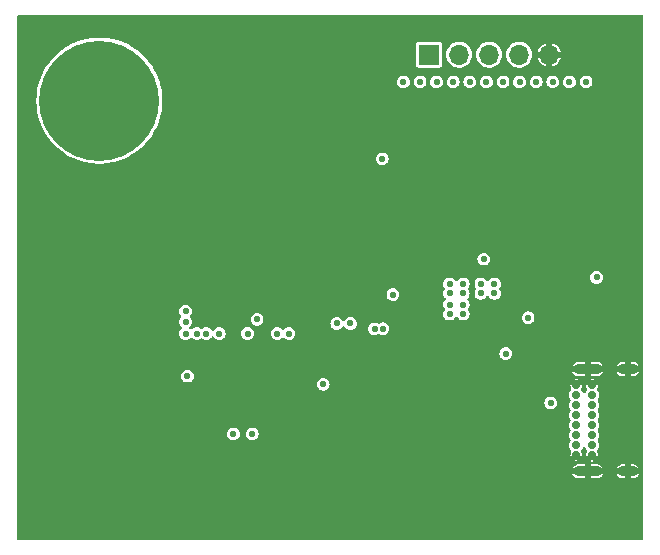
<source format=gbr>
%TF.GenerationSoftware,KiCad,Pcbnew,8.0.4*%
%TF.CreationDate,2024-12-03T19:18:34-08:00*%
%TF.ProjectId,USBC_UART_Dock_Prototype,55534243-5f55-4415-9254-5f446f636b5f,rev?*%
%TF.SameCoordinates,Original*%
%TF.FileFunction,Copper,L2,Inr*%
%TF.FilePolarity,Positive*%
%FSLAX46Y46*%
G04 Gerber Fmt 4.6, Leading zero omitted, Abs format (unit mm)*
G04 Created by KiCad (PCBNEW 8.0.4) date 2024-12-03 19:18:34*
%MOMM*%
%LPD*%
G01*
G04 APERTURE LIST*
%TA.AperFunction,ComponentPad*%
%ADD10C,10.160000*%
%TD*%
%TA.AperFunction,ComponentPad*%
%ADD11C,0.700000*%
%TD*%
%TA.AperFunction,ComponentPad*%
%ADD12O,2.400000X0.900000*%
%TD*%
%TA.AperFunction,ComponentPad*%
%ADD13O,1.700000X0.900000*%
%TD*%
%TA.AperFunction,HeatsinkPad*%
%ADD14C,0.500000*%
%TD*%
%TA.AperFunction,ComponentPad*%
%ADD15R,1.700000X1.700000*%
%TD*%
%TA.AperFunction,ComponentPad*%
%ADD16O,1.700000X1.700000*%
%TD*%
%TA.AperFunction,ComponentPad*%
%ADD17C,0.499999*%
%TD*%
%TA.AperFunction,ViaPad*%
%ADD18C,0.558800*%
%TD*%
%TA.AperFunction,Conductor*%
%ADD19C,0.266700*%
%TD*%
G04 APERTURE END LIST*
D10*
%TO.N,+5V*%
%TO.C,J1*%
X122450000Y-67287500D03*
%TD*%
D11*
%TO.N,GND*%
%TO.C,J4*%
X162825000Y-97312500D03*
%TO.N,+VUSB*%
X162825000Y-96462500D03*
%TO.N,/CONN_USB_CC1*%
X162825000Y-95612500D03*
%TO.N,/CONN_USB_D+*%
X162825000Y-94762500D03*
%TO.N,/CONN_USB_D-*%
X162825000Y-93912500D03*
%TO.N,unconnected-(J4-SBU1-PadA8)*%
X162825000Y-93062500D03*
%TO.N,+VUSB*%
X162825000Y-92212500D03*
%TO.N,GND*%
X162825000Y-91362500D03*
X164175000Y-91362500D03*
%TO.N,+VUSB*%
X164175000Y-92212500D03*
%TO.N,/CONN_USB_CC2*%
X164175000Y-93062500D03*
%TO.N,/CONN_USB_D+*%
X164175000Y-93912500D03*
%TO.N,/CONN_USB_D-*%
X164175000Y-94762500D03*
%TO.N,unconnected-(J4-SBU2-PadB8)*%
X164175000Y-95612500D03*
%TO.N,+VUSB*%
X164175000Y-96462500D03*
%TO.N,GND*%
X164175000Y-97312500D03*
D12*
X163805000Y-98662500D03*
D13*
X167185000Y-98662500D03*
D12*
X163805000Y-90012500D03*
D13*
X167185000Y-90012500D03*
%TD*%
D10*
%TO.N,GND*%
%TO.C,J2*%
X140000000Y-67287500D03*
%TD*%
D14*
%TO.N,GND*%
%TO.C,U3*%
X158850000Y-94300000D03*
X158850000Y-93100000D03*
X157650000Y-94300000D03*
X157650000Y-93100000D03*
%TD*%
D15*
%TO.N,/CTS*%
%TO.C,J3*%
X150380000Y-63387500D03*
D16*
%TO.N,/RTS*%
X152920000Y-63387500D03*
%TO.N,/UART_RX*%
X155460000Y-63387500D03*
%TO.N,/UART_TX*%
X158000000Y-63387500D03*
%TO.N,GND*%
X160540000Y-63387500D03*
%TD*%
D17*
%TO.N,GND*%
%TO.C,U2*%
X148200000Y-84587501D03*
X148200000Y-85637501D03*
X148200000Y-86687501D03*
X149299998Y-84587501D03*
X149299998Y-85637501D03*
X149299998Y-86687501D03*
%TD*%
D18*
%TO.N,GND*%
X158113632Y-98350000D03*
X118800000Y-82850000D03*
X158940905Y-97200000D03*
X156459090Y-97200000D03*
X141400000Y-93700000D03*
X135200000Y-83600000D03*
X156459090Y-98350000D03*
X158113632Y-97200000D03*
X128200000Y-88237500D03*
X149700000Y-89737500D03*
X157286361Y-98350000D03*
X127500000Y-81287500D03*
X131850000Y-83600000D03*
X157286361Y-97200000D03*
X145450000Y-82237500D03*
X158940905Y-98350000D03*
X136600000Y-86400000D03*
%TO.N,+3.3V*%
X160839086Y-65700000D03*
X158028178Y-65700000D03*
X156850000Y-88700000D03*
X129750000Y-85100000D03*
X155217270Y-65700000D03*
X129750000Y-87000000D03*
X130700000Y-87000000D03*
X135800000Y-85800000D03*
X162244540Y-65700000D03*
X133800000Y-95500000D03*
X131500000Y-87000000D03*
X151000908Y-65700000D03*
X146450000Y-86600000D03*
X159433632Y-65700000D03*
X145750000Y-86600000D03*
X148190000Y-65700000D03*
X149595454Y-65700000D03*
X156622724Y-65700000D03*
X129750000Y-86000000D03*
X141400000Y-91300000D03*
X152406362Y-65700000D03*
X163650000Y-65700000D03*
X135400000Y-95500000D03*
X153811816Y-65700000D03*
X129900000Y-90600000D03*
%TO.N,/nPWR_FLT*%
X147300000Y-83700000D03*
X155000000Y-80700000D03*
%TO.N,/nUSB_ERROR*%
X146400000Y-72200000D03*
X132600000Y-87000000D03*
%TO.N,/TX_ACTIVE*%
X135000000Y-87000000D03*
X164550000Y-82250000D03*
%TO.N,/UART_TX*%
X143700000Y-86150000D03*
%TO.N,/RTS*%
X138500000Y-87000000D03*
%TO.N,/CTS*%
X137500000Y-87000000D03*
%TO.N,/UART_RX*%
X142550000Y-86150000D03*
%TO.N,/CONN_USB_CC1*%
X160658399Y-92882654D03*
%TO.N,+VUSB*%
X152100000Y-82800000D03*
X153250000Y-82800000D03*
X154750000Y-83600000D03*
X153250000Y-83600000D03*
X152100000Y-83600000D03*
X152100000Y-85350000D03*
X155900000Y-82800000D03*
X154750000Y-82800000D03*
X152100000Y-84550000D03*
X153250000Y-85350000D03*
X155900000Y-83600000D03*
X153250000Y-84550000D03*
X158750000Y-85662500D03*
%TD*%
D19*
%TO.N,/CONN_USB_D-*%
X164058597Y-94762500D02*
X164175000Y-94762500D01*
%TD*%
%TA.AperFunction,Conductor*%
%TO.N,GND*%
G36*
X168443039Y-60020185D02*
G01*
X168488794Y-60072989D01*
X168500000Y-60124500D01*
X168500000Y-104375500D01*
X168480315Y-104442539D01*
X168427511Y-104488294D01*
X168376000Y-104499500D01*
X115624500Y-104499500D01*
X115557461Y-104479815D01*
X115511706Y-104427011D01*
X115500500Y-104375500D01*
X115500500Y-98412499D01*
X162503745Y-98412499D01*
X162503746Y-98412500D01*
X162888012Y-98412500D01*
X162870795Y-98422440D01*
X162814940Y-98478295D01*
X162775444Y-98546704D01*
X162755000Y-98623004D01*
X162755000Y-98701996D01*
X162775444Y-98778296D01*
X162814940Y-98846705D01*
X162870795Y-98902560D01*
X162888012Y-98912500D01*
X162503746Y-98912500D01*
X162572958Y-99032378D01*
X162572962Y-99032384D01*
X162685116Y-99144538D01*
X162822479Y-99223845D01*
X162822480Y-99223846D01*
X162975696Y-99264900D01*
X163555000Y-99264900D01*
X163555000Y-98962500D01*
X164055000Y-98962500D01*
X164055000Y-99264900D01*
X164634304Y-99264900D01*
X164787519Y-99223846D01*
X164787520Y-99223845D01*
X164924883Y-99144538D01*
X165037037Y-99032384D01*
X165037041Y-99032378D01*
X165106254Y-98912500D01*
X164721988Y-98912500D01*
X164739205Y-98902560D01*
X164795060Y-98846705D01*
X164834556Y-98778296D01*
X164855000Y-98701996D01*
X164855000Y-98623004D01*
X164834556Y-98546704D01*
X164795060Y-98478295D01*
X164739205Y-98422440D01*
X164721988Y-98412500D01*
X165106254Y-98412500D01*
X165106254Y-98412499D01*
X166233745Y-98412499D01*
X166233746Y-98412500D01*
X166618012Y-98412500D01*
X166600795Y-98422440D01*
X166544940Y-98478295D01*
X166505444Y-98546704D01*
X166485000Y-98623004D01*
X166485000Y-98701996D01*
X166505444Y-98778296D01*
X166544940Y-98846705D01*
X166600795Y-98902560D01*
X166618012Y-98912500D01*
X166233746Y-98912500D01*
X166302958Y-99032378D01*
X166302962Y-99032384D01*
X166415116Y-99144538D01*
X166552479Y-99223845D01*
X166552480Y-99223846D01*
X166705696Y-99264900D01*
X166935000Y-99264900D01*
X166935000Y-98962500D01*
X167435000Y-98962500D01*
X167435000Y-99264900D01*
X167664304Y-99264900D01*
X167817519Y-99223846D01*
X167817520Y-99223845D01*
X167954883Y-99144538D01*
X168067037Y-99032384D01*
X168067041Y-99032378D01*
X168136254Y-98912500D01*
X167751988Y-98912500D01*
X167769205Y-98902560D01*
X167825060Y-98846705D01*
X167864556Y-98778296D01*
X167885000Y-98701996D01*
X167885000Y-98623004D01*
X167864556Y-98546704D01*
X167825060Y-98478295D01*
X167769205Y-98422440D01*
X167751988Y-98412500D01*
X168136254Y-98412500D01*
X168136254Y-98412499D01*
X168067041Y-98292621D01*
X168067037Y-98292615D01*
X167954883Y-98180461D01*
X167817520Y-98101154D01*
X167817519Y-98101153D01*
X167664304Y-98060100D01*
X167435000Y-98060100D01*
X167435000Y-98362500D01*
X166935000Y-98362500D01*
X166935000Y-98060100D01*
X166705696Y-98060100D01*
X166552480Y-98101153D01*
X166552479Y-98101154D01*
X166415116Y-98180461D01*
X166302962Y-98292615D01*
X166302958Y-98292621D01*
X166233745Y-98412499D01*
X165106254Y-98412499D01*
X165037041Y-98292621D01*
X165037037Y-98292615D01*
X164924883Y-98180461D01*
X164787520Y-98101154D01*
X164787519Y-98101153D01*
X164634304Y-98060100D01*
X164274598Y-98060100D01*
X164207559Y-98040415D01*
X164174999Y-98002839D01*
X164142438Y-98040416D01*
X164075400Y-98060100D01*
X164055000Y-98060100D01*
X164055000Y-98362500D01*
X163555000Y-98362500D01*
X163555000Y-98060100D01*
X162975696Y-98060100D01*
X162822480Y-98101153D01*
X162822479Y-98101154D01*
X162685116Y-98180461D01*
X162572962Y-98292615D01*
X162572958Y-98292621D01*
X162503745Y-98412499D01*
X115500500Y-98412499D01*
X115500500Y-97797509D01*
X162693542Y-97797509D01*
X162752766Y-97814900D01*
X162897232Y-97814900D01*
X162956455Y-97797509D01*
X164043542Y-97797509D01*
X164110336Y-97817123D01*
X164169114Y-97854898D01*
X164174999Y-97867785D01*
X164180885Y-97854897D01*
X164239662Y-97817123D01*
X164306455Y-97797510D01*
X164175000Y-97666053D01*
X164043542Y-97797509D01*
X162956455Y-97797509D01*
X162825000Y-97666053D01*
X162693542Y-97797509D01*
X115500500Y-97797509D01*
X115500500Y-95499998D01*
X133261493Y-95499998D01*
X133261493Y-95500001D01*
X133279841Y-95639374D01*
X133279843Y-95639379D01*
X133333637Y-95769252D01*
X133333639Y-95769255D01*
X133419217Y-95880781D01*
X133419218Y-95880782D01*
X133530744Y-95966360D01*
X133530747Y-95966362D01*
X133612644Y-96000284D01*
X133660624Y-96020158D01*
X133713977Y-96027182D01*
X133799999Y-96038507D01*
X133800000Y-96038507D01*
X133800001Y-96038507D01*
X133846458Y-96032390D01*
X133939376Y-96020158D01*
X134069254Y-95966361D01*
X134180782Y-95880782D01*
X134266361Y-95769254D01*
X134320158Y-95639376D01*
X134338507Y-95500000D01*
X134338507Y-95499998D01*
X134861493Y-95499998D01*
X134861493Y-95500001D01*
X134879841Y-95639374D01*
X134879843Y-95639379D01*
X134933637Y-95769252D01*
X134933639Y-95769255D01*
X135019217Y-95880781D01*
X135019218Y-95880782D01*
X135130744Y-95966360D01*
X135130747Y-95966362D01*
X135212644Y-96000284D01*
X135260624Y-96020158D01*
X135313977Y-96027182D01*
X135399999Y-96038507D01*
X135400000Y-96038507D01*
X135400001Y-96038507D01*
X135446458Y-96032390D01*
X135539376Y-96020158D01*
X135669254Y-95966361D01*
X135780782Y-95880782D01*
X135866361Y-95769254D01*
X135920158Y-95639376D01*
X135938507Y-95500000D01*
X135932542Y-95454694D01*
X135924544Y-95393937D01*
X135920158Y-95360624D01*
X135866361Y-95230747D01*
X135780782Y-95119218D01*
X135780780Y-95119217D01*
X135780780Y-95119216D01*
X135669254Y-95033639D01*
X135669252Y-95033637D01*
X135539379Y-94979843D01*
X135539374Y-94979841D01*
X135400001Y-94961493D01*
X135399999Y-94961493D01*
X135260625Y-94979841D01*
X135260620Y-94979843D01*
X135130751Y-95033636D01*
X135130750Y-95033637D01*
X135130747Y-95033638D01*
X135130747Y-95033639D01*
X135019218Y-95119218D01*
X134958906Y-95197819D01*
X134933637Y-95230750D01*
X134933636Y-95230751D01*
X134879843Y-95360620D01*
X134879841Y-95360625D01*
X134861493Y-95499998D01*
X134338507Y-95499998D01*
X134332542Y-95454694D01*
X134324544Y-95393937D01*
X134320158Y-95360624D01*
X134266361Y-95230747D01*
X134180782Y-95119218D01*
X134180780Y-95119217D01*
X134180780Y-95119216D01*
X134069254Y-95033639D01*
X134069252Y-95033637D01*
X133939379Y-94979843D01*
X133939374Y-94979841D01*
X133800001Y-94961493D01*
X133799999Y-94961493D01*
X133660625Y-94979841D01*
X133660620Y-94979843D01*
X133530751Y-95033636D01*
X133530750Y-95033637D01*
X133530747Y-95033638D01*
X133530747Y-95033639D01*
X133419218Y-95119218D01*
X133358906Y-95197819D01*
X133333637Y-95230750D01*
X133333636Y-95230751D01*
X133279843Y-95360620D01*
X133279841Y-95360625D01*
X133261493Y-95499998D01*
X115500500Y-95499998D01*
X115500500Y-92882652D01*
X160119892Y-92882652D01*
X160119892Y-92882655D01*
X160138240Y-93022028D01*
X160138242Y-93022033D01*
X160192036Y-93151906D01*
X160192038Y-93151909D01*
X160277616Y-93263435D01*
X160277617Y-93263436D01*
X160389143Y-93349014D01*
X160389146Y-93349016D01*
X160471043Y-93382938D01*
X160519023Y-93402812D01*
X160588711Y-93411986D01*
X160658398Y-93421161D01*
X160658399Y-93421161D01*
X160658400Y-93421161D01*
X160704857Y-93415044D01*
X160797775Y-93402812D01*
X160927653Y-93349015D01*
X161039181Y-93263436D01*
X161124760Y-93151908D01*
X161178557Y-93022030D01*
X161196906Y-92882654D01*
X161178557Y-92743278D01*
X161151658Y-92678339D01*
X161124762Y-92613405D01*
X161124761Y-92613404D01*
X161124760Y-92613401D01*
X161039181Y-92501872D01*
X161039179Y-92501871D01*
X161039179Y-92501870D01*
X160927653Y-92416293D01*
X160927651Y-92416291D01*
X160797778Y-92362497D01*
X160797773Y-92362495D01*
X160658400Y-92344147D01*
X160658398Y-92344147D01*
X160519024Y-92362495D01*
X160519019Y-92362497D01*
X160389150Y-92416290D01*
X160389149Y-92416291D01*
X160277617Y-92501872D01*
X160192036Y-92613404D01*
X160192035Y-92613405D01*
X160138242Y-92743274D01*
X160138240Y-92743279D01*
X160119892Y-92882652D01*
X115500500Y-92882652D01*
X115500500Y-92212499D01*
X162215284Y-92212499D01*
X162215284Y-92212500D01*
X162236060Y-92370305D01*
X162236061Y-92370309D01*
X162296968Y-92517355D01*
X162296969Y-92517357D01*
X162296970Y-92517358D01*
X162331236Y-92562014D01*
X162356430Y-92627182D01*
X162342392Y-92695627D01*
X162331239Y-92712981D01*
X162331235Y-92712988D01*
X162296968Y-92757644D01*
X162236061Y-92904690D01*
X162236060Y-92904694D01*
X162215284Y-93062499D01*
X162215284Y-93062500D01*
X162236060Y-93220305D01*
X162236061Y-93220309D01*
X162296968Y-93367355D01*
X162296969Y-93367357D01*
X162296970Y-93367358D01*
X162331236Y-93412014D01*
X162356430Y-93477182D01*
X162342392Y-93545627D01*
X162331239Y-93562981D01*
X162331235Y-93562988D01*
X162296968Y-93607644D01*
X162236061Y-93754690D01*
X162236060Y-93754694D01*
X162215284Y-93912499D01*
X162215284Y-93912500D01*
X162236060Y-94070305D01*
X162236061Y-94070309D01*
X162296968Y-94217355D01*
X162296969Y-94217357D01*
X162296970Y-94217358D01*
X162331236Y-94262014D01*
X162356430Y-94327182D01*
X162342392Y-94395627D01*
X162331239Y-94412981D01*
X162331235Y-94412988D01*
X162296968Y-94457644D01*
X162236061Y-94604690D01*
X162236060Y-94604694D01*
X162215284Y-94762499D01*
X162215284Y-94762500D01*
X162236060Y-94920305D01*
X162236061Y-94920309D01*
X162296968Y-95067355D01*
X162296969Y-95067357D01*
X162296970Y-95067358D01*
X162331236Y-95112014D01*
X162356430Y-95177182D01*
X162342392Y-95245627D01*
X162331239Y-95262981D01*
X162331235Y-95262988D01*
X162296968Y-95307644D01*
X162236061Y-95454690D01*
X162236060Y-95454694D01*
X162215284Y-95612500D01*
X162235921Y-95769254D01*
X162236060Y-95770305D01*
X162236061Y-95770309D01*
X162296968Y-95917355D01*
X162296969Y-95917357D01*
X162296970Y-95917358D01*
X162331236Y-95962014D01*
X162356430Y-96027182D01*
X162342392Y-96095627D01*
X162331239Y-96112981D01*
X162331235Y-96112988D01*
X162296968Y-96157644D01*
X162236061Y-96304690D01*
X162236060Y-96304694D01*
X162215284Y-96462499D01*
X162215284Y-96462500D01*
X162236060Y-96620305D01*
X162236061Y-96620309D01*
X162296969Y-96767356D01*
X162296970Y-96767358D01*
X162393562Y-96893239D01*
X162418756Y-96958408D01*
X162404718Y-97026853D01*
X162399507Y-97035756D01*
X162398009Y-97038086D01*
X162337994Y-97169498D01*
X162337993Y-97169502D01*
X162317434Y-97312499D01*
X162336794Y-97447152D01*
X162511227Y-97272718D01*
X162625000Y-97272718D01*
X162625000Y-97352282D01*
X162655448Y-97425791D01*
X162711709Y-97482052D01*
X162785218Y-97512500D01*
X162864782Y-97512500D01*
X162938291Y-97482052D01*
X162994552Y-97425791D01*
X163025000Y-97352282D01*
X163025000Y-97272718D01*
X162994552Y-97199209D01*
X162938291Y-97142948D01*
X162864782Y-97112500D01*
X162785218Y-97112500D01*
X162711709Y-97142948D01*
X162655448Y-97199209D01*
X162625000Y-97272718D01*
X162511227Y-97272718D01*
X162681667Y-97102278D01*
X162742990Y-97068793D01*
X162785533Y-97067020D01*
X162825000Y-97072216D01*
X162864464Y-97067020D01*
X162933499Y-97077785D01*
X162968331Y-97102278D01*
X163313204Y-97447152D01*
X163332565Y-97312499D01*
X163312006Y-97169502D01*
X163312004Y-97169498D01*
X163251994Y-97038094D01*
X163250500Y-97035769D01*
X163249720Y-97033115D01*
X163248308Y-97030022D01*
X163248752Y-97029818D01*
X163230813Y-96968730D01*
X163250495Y-96901690D01*
X163256438Y-96893238D01*
X163353029Y-96767359D01*
X163353028Y-96767359D01*
X163353030Y-96767358D01*
X163385439Y-96689115D01*
X163429279Y-96634711D01*
X163495573Y-96612646D01*
X163563273Y-96629925D01*
X163610884Y-96681062D01*
X163614561Y-96689115D01*
X163646969Y-96767356D01*
X163646970Y-96767358D01*
X163743562Y-96893239D01*
X163768756Y-96958408D01*
X163754718Y-97026853D01*
X163749507Y-97035756D01*
X163748009Y-97038086D01*
X163687994Y-97169498D01*
X163687993Y-97169502D01*
X163667434Y-97312499D01*
X163686794Y-97447152D01*
X163861227Y-97272718D01*
X163975000Y-97272718D01*
X163975000Y-97352282D01*
X164005448Y-97425791D01*
X164061709Y-97482052D01*
X164135218Y-97512500D01*
X164214782Y-97512500D01*
X164288291Y-97482052D01*
X164344552Y-97425791D01*
X164375000Y-97352282D01*
X164375000Y-97272718D01*
X164344552Y-97199209D01*
X164288291Y-97142948D01*
X164214782Y-97112500D01*
X164135218Y-97112500D01*
X164061709Y-97142948D01*
X164005448Y-97199209D01*
X163975000Y-97272718D01*
X163861227Y-97272718D01*
X164031667Y-97102278D01*
X164092990Y-97068793D01*
X164135533Y-97067020D01*
X164175000Y-97072216D01*
X164214464Y-97067020D01*
X164283499Y-97077785D01*
X164318331Y-97102278D01*
X164663204Y-97447152D01*
X164682565Y-97312499D01*
X164662006Y-97169502D01*
X164662004Y-97169498D01*
X164601994Y-97038094D01*
X164600500Y-97035769D01*
X164599720Y-97033115D01*
X164598308Y-97030022D01*
X164598752Y-97029818D01*
X164580813Y-96968730D01*
X164600495Y-96901690D01*
X164606438Y-96893238D01*
X164703029Y-96767359D01*
X164703028Y-96767359D01*
X164703030Y-96767358D01*
X164763940Y-96620306D01*
X164784716Y-96462500D01*
X164763940Y-96304694D01*
X164703030Y-96157642D01*
X164668762Y-96112985D01*
X164643569Y-96047819D01*
X164657606Y-95979374D01*
X164668758Y-95962020D01*
X164703030Y-95917358D01*
X164763940Y-95770306D01*
X164784716Y-95612500D01*
X164763940Y-95454694D01*
X164703030Y-95307642D01*
X164668762Y-95262985D01*
X164643569Y-95197819D01*
X164657606Y-95129374D01*
X164668758Y-95112020D01*
X164703030Y-95067358D01*
X164763940Y-94920306D01*
X164784716Y-94762500D01*
X164763940Y-94604694D01*
X164703030Y-94457642D01*
X164668762Y-94412985D01*
X164643569Y-94347819D01*
X164657606Y-94279374D01*
X164668758Y-94262020D01*
X164703030Y-94217358D01*
X164763940Y-94070306D01*
X164784716Y-93912500D01*
X164763940Y-93754694D01*
X164703030Y-93607642D01*
X164668762Y-93562985D01*
X164643569Y-93497819D01*
X164657606Y-93429374D01*
X164668758Y-93412020D01*
X164703030Y-93367358D01*
X164763940Y-93220306D01*
X164784716Y-93062500D01*
X164763940Y-92904694D01*
X164703030Y-92757642D01*
X164668762Y-92712985D01*
X164643569Y-92647819D01*
X164657606Y-92579374D01*
X164668758Y-92562020D01*
X164703030Y-92517358D01*
X164763940Y-92370306D01*
X164784716Y-92212500D01*
X164763940Y-92054694D01*
X164703030Y-91907642D01*
X164703029Y-91907641D01*
X164703029Y-91907640D01*
X164606438Y-91781762D01*
X164581243Y-91716593D01*
X164595281Y-91648148D01*
X164600500Y-91639231D01*
X164601994Y-91636905D01*
X164662004Y-91505501D01*
X164662006Y-91505497D01*
X164682565Y-91362500D01*
X164663204Y-91227846D01*
X164318330Y-91572721D01*
X164257007Y-91606206D01*
X164214465Y-91607979D01*
X164175003Y-91602784D01*
X164174997Y-91602784D01*
X164135533Y-91607979D01*
X164066497Y-91597213D01*
X164031668Y-91572721D01*
X163781666Y-91322718D01*
X163975000Y-91322718D01*
X163975000Y-91402282D01*
X164005448Y-91475791D01*
X164061709Y-91532052D01*
X164135218Y-91562500D01*
X164214782Y-91562500D01*
X164288291Y-91532052D01*
X164344552Y-91475791D01*
X164375000Y-91402282D01*
X164375000Y-91322718D01*
X164344552Y-91249209D01*
X164288291Y-91192948D01*
X164214782Y-91162500D01*
X164135218Y-91162500D01*
X164061709Y-91192948D01*
X164005448Y-91249209D01*
X163975000Y-91322718D01*
X163781666Y-91322718D01*
X163686794Y-91227846D01*
X163667434Y-91362499D01*
X163687993Y-91505497D01*
X163687995Y-91505501D01*
X163748007Y-91636910D01*
X163749504Y-91639239D01*
X163750283Y-91641893D01*
X163751692Y-91644978D01*
X163751248Y-91645180D01*
X163769186Y-91706279D01*
X163749499Y-91773318D01*
X163743562Y-91781761D01*
X163646970Y-91907641D01*
X163646968Y-91907643D01*
X163614561Y-91985884D01*
X163570720Y-92040288D01*
X163504426Y-92062353D01*
X163436727Y-92045074D01*
X163389116Y-91993937D01*
X163385439Y-91985884D01*
X163353031Y-91907643D01*
X163353029Y-91907640D01*
X163256438Y-91781762D01*
X163231243Y-91716593D01*
X163245281Y-91648148D01*
X163250500Y-91639231D01*
X163251994Y-91636905D01*
X163312004Y-91505501D01*
X163312006Y-91505497D01*
X163332565Y-91362500D01*
X163313204Y-91227846D01*
X162968330Y-91572721D01*
X162907007Y-91606206D01*
X162864465Y-91607979D01*
X162825003Y-91602784D01*
X162824997Y-91602784D01*
X162785533Y-91607979D01*
X162716497Y-91597213D01*
X162681668Y-91572721D01*
X162431666Y-91322718D01*
X162625000Y-91322718D01*
X162625000Y-91402282D01*
X162655448Y-91475791D01*
X162711709Y-91532052D01*
X162785218Y-91562500D01*
X162864782Y-91562500D01*
X162938291Y-91532052D01*
X162994552Y-91475791D01*
X163025000Y-91402282D01*
X163025000Y-91322718D01*
X162994552Y-91249209D01*
X162938291Y-91192948D01*
X162864782Y-91162500D01*
X162785218Y-91162500D01*
X162711709Y-91192948D01*
X162655448Y-91249209D01*
X162625000Y-91322718D01*
X162431666Y-91322718D01*
X162336794Y-91227846D01*
X162317434Y-91362499D01*
X162337993Y-91505497D01*
X162337995Y-91505501D01*
X162398007Y-91636910D01*
X162399504Y-91639239D01*
X162400283Y-91641893D01*
X162401692Y-91644978D01*
X162401248Y-91645180D01*
X162419186Y-91706279D01*
X162399499Y-91773318D01*
X162393562Y-91781761D01*
X162296970Y-91907641D01*
X162296969Y-91907643D01*
X162236061Y-92054690D01*
X162236060Y-92054694D01*
X162215284Y-92212499D01*
X115500500Y-92212499D01*
X115500500Y-91299998D01*
X140861493Y-91299998D01*
X140861493Y-91300001D01*
X140879841Y-91439374D01*
X140879843Y-91439379D01*
X140933637Y-91569252D01*
X140933639Y-91569255D01*
X141019217Y-91680781D01*
X141019218Y-91680782D01*
X141130744Y-91766360D01*
X141130747Y-91766362D01*
X141167927Y-91781762D01*
X141260624Y-91820158D01*
X141330312Y-91829332D01*
X141399999Y-91838507D01*
X141400000Y-91838507D01*
X141400001Y-91838507D01*
X141446458Y-91832390D01*
X141539376Y-91820158D01*
X141669254Y-91766361D01*
X141780782Y-91680782D01*
X141866361Y-91569254D01*
X141920158Y-91439376D01*
X141938507Y-91300000D01*
X141920158Y-91160624D01*
X141881113Y-91066361D01*
X141866363Y-91030751D01*
X141866362Y-91030750D01*
X141866361Y-91030747D01*
X141780782Y-90919218D01*
X141780780Y-90919217D01*
X141780780Y-90919216D01*
X141726399Y-90877488D01*
X162693543Y-90877488D01*
X162693543Y-90877489D01*
X162824999Y-91008945D01*
X162956455Y-90877488D01*
X164043543Y-90877488D01*
X164043543Y-90877489D01*
X164174999Y-91008945D01*
X164306455Y-90877488D01*
X164239664Y-90857877D01*
X164180886Y-90820103D01*
X164175000Y-90807214D01*
X164169114Y-90820103D01*
X164110336Y-90857877D01*
X164043543Y-90877488D01*
X162956455Y-90877488D01*
X162897235Y-90860100D01*
X162752765Y-90860100D01*
X162693543Y-90877488D01*
X141726399Y-90877488D01*
X141669254Y-90833639D01*
X141669252Y-90833637D01*
X141539379Y-90779843D01*
X141539374Y-90779841D01*
X141400001Y-90761493D01*
X141399999Y-90761493D01*
X141260625Y-90779841D01*
X141260620Y-90779843D01*
X141130751Y-90833636D01*
X141130750Y-90833637D01*
X141130747Y-90833638D01*
X141130747Y-90833639D01*
X141019218Y-90919218D01*
X140971979Y-90980782D01*
X140933637Y-91030750D01*
X140933636Y-91030751D01*
X140879843Y-91160620D01*
X140879841Y-91160625D01*
X140861493Y-91299998D01*
X115500500Y-91299998D01*
X115500500Y-90599998D01*
X129361493Y-90599998D01*
X129361493Y-90600001D01*
X129379841Y-90739374D01*
X129379843Y-90739379D01*
X129433637Y-90869252D01*
X129433639Y-90869255D01*
X129519217Y-90980781D01*
X129519218Y-90980782D01*
X129630744Y-91066360D01*
X129630747Y-91066362D01*
X129712644Y-91100284D01*
X129760624Y-91120158D01*
X129830312Y-91129332D01*
X129899999Y-91138507D01*
X129900000Y-91138507D01*
X129900001Y-91138507D01*
X129946458Y-91132390D01*
X130039376Y-91120158D01*
X130169254Y-91066361D01*
X130280782Y-90980782D01*
X130366361Y-90869254D01*
X130371074Y-90857877D01*
X130386720Y-90820103D01*
X130420158Y-90739376D01*
X130438507Y-90600000D01*
X130420158Y-90460624D01*
X130366361Y-90330747D01*
X130280782Y-90219218D01*
X130280780Y-90219217D01*
X130280780Y-90219216D01*
X130169254Y-90133639D01*
X130169252Y-90133637D01*
X130039379Y-90079843D01*
X130039374Y-90079841D01*
X129900001Y-90061493D01*
X129899999Y-90061493D01*
X129760625Y-90079841D01*
X129760620Y-90079843D01*
X129630751Y-90133636D01*
X129630750Y-90133637D01*
X129630747Y-90133638D01*
X129630747Y-90133639D01*
X129519218Y-90219218D01*
X129447641Y-90312500D01*
X129433637Y-90330750D01*
X129433636Y-90330751D01*
X129379843Y-90460620D01*
X129379841Y-90460625D01*
X129361493Y-90599998D01*
X115500500Y-90599998D01*
X115500500Y-89762499D01*
X162503745Y-89762499D01*
X162503746Y-89762500D01*
X162888012Y-89762500D01*
X162870795Y-89772440D01*
X162814940Y-89828295D01*
X162775444Y-89896704D01*
X162755000Y-89973004D01*
X162755000Y-90051996D01*
X162775444Y-90128296D01*
X162814940Y-90196705D01*
X162870795Y-90252560D01*
X162888012Y-90262500D01*
X162503746Y-90262500D01*
X162572958Y-90382378D01*
X162572962Y-90382384D01*
X162685116Y-90494538D01*
X162822479Y-90573845D01*
X162822480Y-90573846D01*
X162975696Y-90614900D01*
X163555000Y-90614900D01*
X163555000Y-90312500D01*
X164055000Y-90312500D01*
X164055000Y-90614900D01*
X164075401Y-90614900D01*
X164142440Y-90634585D01*
X164174999Y-90672161D01*
X164207559Y-90634585D01*
X164274599Y-90614900D01*
X164634304Y-90614900D01*
X164787519Y-90573846D01*
X164787520Y-90573845D01*
X164924883Y-90494538D01*
X165037037Y-90382384D01*
X165037041Y-90382378D01*
X165106254Y-90262500D01*
X164721988Y-90262500D01*
X164739205Y-90252560D01*
X164795060Y-90196705D01*
X164834556Y-90128296D01*
X164855000Y-90051996D01*
X164855000Y-89973004D01*
X164834556Y-89896704D01*
X164795060Y-89828295D01*
X164739205Y-89772440D01*
X164721988Y-89762500D01*
X165106254Y-89762500D01*
X165106254Y-89762499D01*
X166233745Y-89762499D01*
X166233746Y-89762500D01*
X166618012Y-89762500D01*
X166600795Y-89772440D01*
X166544940Y-89828295D01*
X166505444Y-89896704D01*
X166485000Y-89973004D01*
X166485000Y-90051996D01*
X166505444Y-90128296D01*
X166544940Y-90196705D01*
X166600795Y-90252560D01*
X166618012Y-90262500D01*
X166233746Y-90262500D01*
X166302958Y-90382378D01*
X166302962Y-90382384D01*
X166415116Y-90494538D01*
X166552479Y-90573845D01*
X166552480Y-90573846D01*
X166705696Y-90614900D01*
X166935000Y-90614900D01*
X166935000Y-90312500D01*
X167435000Y-90312500D01*
X167435000Y-90614900D01*
X167664304Y-90614900D01*
X167817519Y-90573846D01*
X167817520Y-90573845D01*
X167954883Y-90494538D01*
X168067037Y-90382384D01*
X168067041Y-90382378D01*
X168136254Y-90262500D01*
X167751988Y-90262500D01*
X167769205Y-90252560D01*
X167825060Y-90196705D01*
X167864556Y-90128296D01*
X167885000Y-90051996D01*
X167885000Y-89973004D01*
X167864556Y-89896704D01*
X167825060Y-89828295D01*
X167769205Y-89772440D01*
X167751988Y-89762500D01*
X168136254Y-89762500D01*
X168136254Y-89762499D01*
X168067041Y-89642621D01*
X168067037Y-89642615D01*
X167954883Y-89530461D01*
X167817520Y-89451154D01*
X167817519Y-89451153D01*
X167664304Y-89410100D01*
X167435000Y-89410100D01*
X167435000Y-89712500D01*
X166935000Y-89712500D01*
X166935000Y-89410100D01*
X166705696Y-89410100D01*
X166552480Y-89451153D01*
X166552479Y-89451154D01*
X166415116Y-89530461D01*
X166302962Y-89642615D01*
X166302958Y-89642621D01*
X166233745Y-89762499D01*
X165106254Y-89762499D01*
X165037041Y-89642621D01*
X165037037Y-89642615D01*
X164924883Y-89530461D01*
X164787520Y-89451154D01*
X164787519Y-89451153D01*
X164634304Y-89410100D01*
X164055000Y-89410100D01*
X164055000Y-89712500D01*
X163555000Y-89712500D01*
X163555000Y-89410100D01*
X162975696Y-89410100D01*
X162822480Y-89451153D01*
X162822479Y-89451154D01*
X162685116Y-89530461D01*
X162572962Y-89642615D01*
X162572958Y-89642621D01*
X162503745Y-89762499D01*
X115500500Y-89762499D01*
X115500500Y-88699998D01*
X156311493Y-88699998D01*
X156311493Y-88700001D01*
X156329841Y-88839374D01*
X156329843Y-88839379D01*
X156383637Y-88969252D01*
X156383639Y-88969255D01*
X156469217Y-89080781D01*
X156469218Y-89080782D01*
X156580744Y-89166360D01*
X156580747Y-89166362D01*
X156662644Y-89200284D01*
X156710624Y-89220158D01*
X156780312Y-89229332D01*
X156849999Y-89238507D01*
X156850000Y-89238507D01*
X156850001Y-89238507D01*
X156896458Y-89232390D01*
X156989376Y-89220158D01*
X157119254Y-89166361D01*
X157230782Y-89080782D01*
X157316361Y-88969254D01*
X157370158Y-88839376D01*
X157388507Y-88700000D01*
X157370158Y-88560624D01*
X157316361Y-88430747D01*
X157230782Y-88319218D01*
X157230780Y-88319217D01*
X157230780Y-88319216D01*
X157119254Y-88233639D01*
X157119252Y-88233637D01*
X156989379Y-88179843D01*
X156989374Y-88179841D01*
X156850001Y-88161493D01*
X156849999Y-88161493D01*
X156710625Y-88179841D01*
X156710620Y-88179843D01*
X156580751Y-88233636D01*
X156580750Y-88233637D01*
X156469218Y-88319218D01*
X156383637Y-88430750D01*
X156383636Y-88430751D01*
X156329843Y-88560620D01*
X156329841Y-88560625D01*
X156311493Y-88699998D01*
X115500500Y-88699998D01*
X115500500Y-85099998D01*
X129211493Y-85099998D01*
X129211493Y-85100001D01*
X129229841Y-85239374D01*
X129229843Y-85239379D01*
X129283637Y-85369251D01*
X129283638Y-85369252D01*
X129283639Y-85369254D01*
X129321976Y-85419216D01*
X129364408Y-85474513D01*
X129389602Y-85539683D01*
X129375564Y-85608127D01*
X129364408Y-85625486D01*
X129283637Y-85730750D01*
X129283636Y-85730751D01*
X129229843Y-85860620D01*
X129229841Y-85860625D01*
X129211493Y-85999998D01*
X129211493Y-86000001D01*
X129229841Y-86139374D01*
X129229843Y-86139379D01*
X129283637Y-86269252D01*
X129283639Y-86269255D01*
X129336779Y-86338507D01*
X129369218Y-86380782D01*
X129396382Y-86401626D01*
X129437583Y-86458052D01*
X129441738Y-86527798D01*
X129407525Y-86588719D01*
X129396389Y-86598368D01*
X129379694Y-86611179D01*
X129369216Y-86619219D01*
X129300476Y-86708803D01*
X129298376Y-86711542D01*
X129283637Y-86730750D01*
X129283636Y-86730751D01*
X129229843Y-86860620D01*
X129229841Y-86860625D01*
X129211493Y-86999998D01*
X129211493Y-87000001D01*
X129229841Y-87139374D01*
X129229843Y-87139379D01*
X129283637Y-87269252D01*
X129283639Y-87269255D01*
X129369217Y-87380781D01*
X129369218Y-87380782D01*
X129480744Y-87466360D01*
X129480747Y-87466362D01*
X129562644Y-87500284D01*
X129610624Y-87520158D01*
X129680312Y-87529332D01*
X129749999Y-87538507D01*
X129750000Y-87538507D01*
X129750001Y-87538507D01*
X129796458Y-87532390D01*
X129889376Y-87520158D01*
X130019254Y-87466361D01*
X130130782Y-87380782D01*
X130130785Y-87380777D01*
X130136529Y-87375035D01*
X130138804Y-87377310D01*
X130183027Y-87345006D01*
X130252772Y-87340836D01*
X130313700Y-87375036D01*
X130315181Y-87376745D01*
X130319218Y-87380782D01*
X130430744Y-87466360D01*
X130430747Y-87466362D01*
X130512644Y-87500284D01*
X130560624Y-87520158D01*
X130630312Y-87529332D01*
X130699999Y-87538507D01*
X130700000Y-87538507D01*
X130700001Y-87538507D01*
X130746458Y-87532390D01*
X130839376Y-87520158D01*
X130969254Y-87466361D01*
X131024513Y-87423958D01*
X131089682Y-87398764D01*
X131158127Y-87412802D01*
X131175487Y-87423959D01*
X131230744Y-87466360D01*
X131230747Y-87466362D01*
X131312644Y-87500284D01*
X131360624Y-87520158D01*
X131430312Y-87529332D01*
X131499999Y-87538507D01*
X131500000Y-87538507D01*
X131500001Y-87538507D01*
X131546458Y-87532390D01*
X131639376Y-87520158D01*
X131769254Y-87466361D01*
X131880782Y-87380782D01*
X131951626Y-87288456D01*
X132008052Y-87247256D01*
X132077798Y-87243101D01*
X132138719Y-87277314D01*
X132148365Y-87288446D01*
X132219218Y-87380782D01*
X132260947Y-87412802D01*
X132330744Y-87466360D01*
X132330747Y-87466362D01*
X132412644Y-87500284D01*
X132460624Y-87520158D01*
X132530312Y-87529332D01*
X132599999Y-87538507D01*
X132600000Y-87538507D01*
X132600001Y-87538507D01*
X132646458Y-87532390D01*
X132739376Y-87520158D01*
X132869254Y-87466361D01*
X132980782Y-87380782D01*
X133066361Y-87269254D01*
X133120158Y-87139376D01*
X133133619Y-87037130D01*
X133138507Y-87000001D01*
X133138507Y-86999998D01*
X134461493Y-86999998D01*
X134461493Y-87000001D01*
X134479841Y-87139374D01*
X134479843Y-87139379D01*
X134533637Y-87269252D01*
X134533639Y-87269255D01*
X134619217Y-87380781D01*
X134619218Y-87380782D01*
X134730744Y-87466360D01*
X134730747Y-87466362D01*
X134812644Y-87500284D01*
X134860624Y-87520158D01*
X134930312Y-87529332D01*
X134999999Y-87538507D01*
X135000000Y-87538507D01*
X135000001Y-87538507D01*
X135046458Y-87532390D01*
X135139376Y-87520158D01*
X135269254Y-87466361D01*
X135380782Y-87380782D01*
X135466361Y-87269254D01*
X135520158Y-87139376D01*
X135533619Y-87037130D01*
X135538507Y-87000001D01*
X135538507Y-86999998D01*
X136961493Y-86999998D01*
X136961493Y-87000001D01*
X136979841Y-87139374D01*
X136979843Y-87139379D01*
X137033637Y-87269252D01*
X137033639Y-87269255D01*
X137119217Y-87380781D01*
X137119218Y-87380782D01*
X137230744Y-87466360D01*
X137230747Y-87466362D01*
X137312644Y-87500284D01*
X137360624Y-87520158D01*
X137430312Y-87529332D01*
X137499999Y-87538507D01*
X137500000Y-87538507D01*
X137500001Y-87538507D01*
X137546458Y-87532390D01*
X137639376Y-87520158D01*
X137769254Y-87466361D01*
X137880782Y-87380782D01*
X137901626Y-87353617D01*
X137958052Y-87312417D01*
X138027798Y-87308262D01*
X138088719Y-87342475D01*
X138098366Y-87353608D01*
X138119218Y-87380782D01*
X138160947Y-87412802D01*
X138230744Y-87466360D01*
X138230747Y-87466362D01*
X138312644Y-87500284D01*
X138360624Y-87520158D01*
X138430312Y-87529332D01*
X138499999Y-87538507D01*
X138500000Y-87538507D01*
X138500001Y-87538507D01*
X138546458Y-87532390D01*
X138639376Y-87520158D01*
X138769254Y-87466361D01*
X138880782Y-87380782D01*
X138966361Y-87269254D01*
X139020158Y-87139376D01*
X139033619Y-87037130D01*
X139038507Y-87000001D01*
X139038507Y-86999998D01*
X139020158Y-86860625D01*
X139020156Y-86860620D01*
X138966363Y-86730751D01*
X138966362Y-86730750D01*
X138966361Y-86730747D01*
X138880782Y-86619218D01*
X138880780Y-86619217D01*
X138880780Y-86619216D01*
X138769254Y-86533639D01*
X138769252Y-86533637D01*
X138639379Y-86479843D01*
X138639374Y-86479841D01*
X138500001Y-86461493D01*
X138499999Y-86461493D01*
X138360625Y-86479841D01*
X138360620Y-86479843D01*
X138230751Y-86533636D01*
X138230750Y-86533637D01*
X138119219Y-86619216D01*
X138119217Y-86619219D01*
X138098374Y-86646382D01*
X138041948Y-86687583D01*
X137972202Y-86691738D01*
X137911281Y-86657525D01*
X137901631Y-86646389D01*
X137880782Y-86619218D01*
X137880779Y-86619216D01*
X137880778Y-86619214D01*
X137769254Y-86533639D01*
X137769252Y-86533637D01*
X137639379Y-86479843D01*
X137639374Y-86479841D01*
X137500001Y-86461493D01*
X137499999Y-86461493D01*
X137360625Y-86479841D01*
X137360620Y-86479843D01*
X137230751Y-86533636D01*
X137230750Y-86533637D01*
X137230747Y-86533638D01*
X137230747Y-86533639D01*
X137119218Y-86619218D01*
X137048376Y-86711542D01*
X137033637Y-86730750D01*
X137033636Y-86730751D01*
X136979843Y-86860620D01*
X136979841Y-86860625D01*
X136961493Y-86999998D01*
X135538507Y-86999998D01*
X135520158Y-86860625D01*
X135520156Y-86860620D01*
X135466363Y-86730751D01*
X135466362Y-86730750D01*
X135466361Y-86730747D01*
X135380782Y-86619218D01*
X135380780Y-86619217D01*
X135380780Y-86619216D01*
X135269254Y-86533639D01*
X135269252Y-86533637D01*
X135139379Y-86479843D01*
X135139374Y-86479841D01*
X135000001Y-86461493D01*
X134999999Y-86461493D01*
X134860625Y-86479841D01*
X134860620Y-86479843D01*
X134730751Y-86533636D01*
X134730750Y-86533637D01*
X134730747Y-86533638D01*
X134730747Y-86533639D01*
X134619218Y-86619218D01*
X134548376Y-86711542D01*
X134533637Y-86730750D01*
X134533636Y-86730751D01*
X134479843Y-86860620D01*
X134479841Y-86860625D01*
X134461493Y-86999998D01*
X133138507Y-86999998D01*
X133120158Y-86860625D01*
X133120156Y-86860620D01*
X133066363Y-86730751D01*
X133066362Y-86730750D01*
X133066361Y-86730747D01*
X132980782Y-86619218D01*
X132980780Y-86619217D01*
X132980780Y-86619216D01*
X132869254Y-86533639D01*
X132869252Y-86533637D01*
X132739379Y-86479843D01*
X132739374Y-86479841D01*
X132600001Y-86461493D01*
X132599999Y-86461493D01*
X132460625Y-86479841D01*
X132460620Y-86479843D01*
X132330751Y-86533636D01*
X132330750Y-86533637D01*
X132330747Y-86533638D01*
X132330747Y-86533639D01*
X132219218Y-86619218D01*
X132148374Y-86711542D01*
X132091948Y-86752745D01*
X132022202Y-86756900D01*
X131961282Y-86722688D01*
X131951628Y-86711547D01*
X131880782Y-86619218D01*
X131880780Y-86619217D01*
X131880780Y-86619216D01*
X131769254Y-86533639D01*
X131769252Y-86533637D01*
X131639379Y-86479843D01*
X131639374Y-86479841D01*
X131500001Y-86461493D01*
X131499999Y-86461493D01*
X131360625Y-86479841D01*
X131360620Y-86479843D01*
X131230751Y-86533636D01*
X131175485Y-86576043D01*
X131110316Y-86601236D01*
X131041871Y-86587197D01*
X131024513Y-86576041D01*
X130969255Y-86533639D01*
X130969252Y-86533637D01*
X130839379Y-86479843D01*
X130839374Y-86479841D01*
X130700001Y-86461493D01*
X130699999Y-86461493D01*
X130560625Y-86479841D01*
X130560620Y-86479843D01*
X130430751Y-86533636D01*
X130430750Y-86533637D01*
X130319216Y-86619219D01*
X130313471Y-86624965D01*
X130311201Y-86622695D01*
X130266918Y-86655013D01*
X130197171Y-86659150D01*
X130136259Y-86624922D01*
X130134785Y-86623221D01*
X130130780Y-86619216D01*
X130103619Y-86598374D01*
X130062417Y-86541946D01*
X130058262Y-86472200D01*
X130092475Y-86411280D01*
X130103605Y-86401635D01*
X130130782Y-86380782D01*
X130216361Y-86269254D01*
X130270158Y-86139376D01*
X130288507Y-86000000D01*
X130279522Y-85931755D01*
X130270158Y-85860625D01*
X130270156Y-85860620D01*
X130251823Y-85816361D01*
X130245045Y-85799998D01*
X135261493Y-85799998D01*
X135261493Y-85800001D01*
X135279841Y-85939374D01*
X135279843Y-85939379D01*
X135333637Y-86069252D01*
X135333639Y-86069255D01*
X135419217Y-86180781D01*
X135419218Y-86180782D01*
X135530744Y-86266360D01*
X135530747Y-86266362D01*
X135612644Y-86300284D01*
X135660624Y-86320158D01*
X135730312Y-86329332D01*
X135799999Y-86338507D01*
X135800000Y-86338507D01*
X135800001Y-86338507D01*
X135858921Y-86330750D01*
X135939376Y-86320158D01*
X136045264Y-86276297D01*
X136069252Y-86266362D01*
X136069255Y-86266360D01*
X136180782Y-86180782D01*
X136204404Y-86149998D01*
X142011493Y-86149998D01*
X142011493Y-86150001D01*
X142029841Y-86289374D01*
X142029843Y-86289379D01*
X142083637Y-86419252D01*
X142083639Y-86419255D01*
X142169217Y-86530781D01*
X142169218Y-86530782D01*
X142280744Y-86616360D01*
X142280747Y-86616362D01*
X142353221Y-86646381D01*
X142410624Y-86670158D01*
X142480312Y-86679332D01*
X142549999Y-86688507D01*
X142550000Y-86688507D01*
X142550001Y-86688507D01*
X142596458Y-86682390D01*
X142689376Y-86670158D01*
X142798586Y-86624922D01*
X142819252Y-86616362D01*
X142819255Y-86616360D01*
X142838965Y-86601236D01*
X142930782Y-86530782D01*
X143016361Y-86419254D01*
X143016362Y-86419251D01*
X143017612Y-86417087D01*
X143019147Y-86415622D01*
X143021309Y-86412806D01*
X143021748Y-86413143D01*
X143068178Y-86368871D01*
X143136785Y-86355646D01*
X143201650Y-86381613D01*
X143228683Y-86412811D01*
X143228691Y-86412806D01*
X143228787Y-86412931D01*
X143232388Y-86417087D01*
X143233639Y-86419255D01*
X143319217Y-86530781D01*
X143319218Y-86530782D01*
X143430744Y-86616360D01*
X143430747Y-86616362D01*
X143503221Y-86646381D01*
X143560624Y-86670158D01*
X143630312Y-86679332D01*
X143699999Y-86688507D01*
X143700000Y-86688507D01*
X143700001Y-86688507D01*
X143746458Y-86682390D01*
X143839376Y-86670158D01*
X143948586Y-86624922D01*
X143969252Y-86616362D01*
X143969255Y-86616360D01*
X143988965Y-86601236D01*
X143990578Y-86599998D01*
X145211493Y-86599998D01*
X145211493Y-86600001D01*
X145229841Y-86739374D01*
X145229843Y-86739379D01*
X145283637Y-86869252D01*
X145283639Y-86869255D01*
X145369217Y-86980781D01*
X145369218Y-86980782D01*
X145480744Y-87066360D01*
X145480747Y-87066362D01*
X145562644Y-87100284D01*
X145610624Y-87120158D01*
X145680312Y-87129332D01*
X145749999Y-87138507D01*
X145750000Y-87138507D01*
X145750001Y-87138507D01*
X145796458Y-87132390D01*
X145889376Y-87120158D01*
X146019254Y-87066361D01*
X146024510Y-87062327D01*
X146089677Y-87037130D01*
X146158122Y-87051166D01*
X146175485Y-87062324D01*
X146180746Y-87066361D01*
X146180747Y-87066361D01*
X146180747Y-87066362D01*
X146262644Y-87100284D01*
X146310624Y-87120158D01*
X146380312Y-87129332D01*
X146449999Y-87138507D01*
X146450000Y-87138507D01*
X146450001Y-87138507D01*
X146496458Y-87132390D01*
X146589376Y-87120158D01*
X146719254Y-87066361D01*
X146830782Y-86980782D01*
X146916361Y-86869254D01*
X146970158Y-86739376D01*
X146985977Y-86619216D01*
X146988507Y-86600001D01*
X146988507Y-86599998D01*
X146970158Y-86460625D01*
X146970156Y-86460620D01*
X146969092Y-86458052D01*
X146943259Y-86395685D01*
X146916363Y-86330751D01*
X146916362Y-86330750D01*
X146916361Y-86330747D01*
X146830782Y-86219218D01*
X146830780Y-86219217D01*
X146830780Y-86219216D01*
X146719254Y-86133639D01*
X146719252Y-86133637D01*
X146589379Y-86079843D01*
X146589374Y-86079841D01*
X146450001Y-86061493D01*
X146449999Y-86061493D01*
X146310625Y-86079841D01*
X146310623Y-86079842D01*
X146180744Y-86133640D01*
X146175483Y-86137677D01*
X146110313Y-86162869D01*
X146041869Y-86148829D01*
X146024514Y-86137675D01*
X146019254Y-86133639D01*
X146019252Y-86133637D01*
X145889379Y-86079843D01*
X145889374Y-86079841D01*
X145750001Y-86061493D01*
X145749999Y-86061493D01*
X145610625Y-86079841D01*
X145610620Y-86079843D01*
X145480751Y-86133636D01*
X145480750Y-86133637D01*
X145480747Y-86133638D01*
X145480747Y-86133639D01*
X145459425Y-86150000D01*
X145369218Y-86219218D01*
X145283637Y-86330750D01*
X145283636Y-86330751D01*
X145229843Y-86460620D01*
X145229841Y-86460625D01*
X145211493Y-86599998D01*
X143990578Y-86599998D01*
X144080782Y-86530782D01*
X144166361Y-86419254D01*
X144167866Y-86415622D01*
X144181952Y-86381613D01*
X144220158Y-86289376D01*
X144238507Y-86150000D01*
X144237108Y-86139376D01*
X144220158Y-86010625D01*
X144220156Y-86010620D01*
X144215756Y-85999998D01*
X144187488Y-85931752D01*
X144166363Y-85880751D01*
X144166362Y-85880750D01*
X144166361Y-85880747D01*
X144080782Y-85769218D01*
X144080780Y-85769217D01*
X144080780Y-85769216D01*
X143969254Y-85683639D01*
X143969252Y-85683637D01*
X143839379Y-85629843D01*
X143839374Y-85629841D01*
X143700001Y-85611493D01*
X143699999Y-85611493D01*
X143560625Y-85629841D01*
X143560620Y-85629843D01*
X143430751Y-85683636D01*
X143430750Y-85683637D01*
X143319218Y-85769218D01*
X143233639Y-85880747D01*
X143232383Y-85882923D01*
X143230844Y-85884389D01*
X143228692Y-85887195D01*
X143228254Y-85886859D01*
X143181812Y-85931135D01*
X143113204Y-85944353D01*
X143048341Y-85918380D01*
X143021314Y-85887190D01*
X143021308Y-85887195D01*
X143021224Y-85887086D01*
X143017617Y-85882923D01*
X143016363Y-85880753D01*
X143016361Y-85880747D01*
X142930782Y-85769218D01*
X142930780Y-85769217D01*
X142930780Y-85769216D01*
X142819254Y-85683639D01*
X142819252Y-85683637D01*
X142689379Y-85629843D01*
X142689374Y-85629841D01*
X142550001Y-85611493D01*
X142549999Y-85611493D01*
X142410625Y-85629841D01*
X142410620Y-85629843D01*
X142280751Y-85683636D01*
X142280750Y-85683637D01*
X142280747Y-85683638D01*
X142280747Y-85683639D01*
X142169218Y-85769218D01*
X142145598Y-85800001D01*
X142083637Y-85880750D01*
X142083636Y-85880751D01*
X142029843Y-86010620D01*
X142029841Y-86010625D01*
X142011493Y-86149998D01*
X136204404Y-86149998D01*
X136266361Y-86069254D01*
X136320158Y-85939376D01*
X136338507Y-85800000D01*
X136320158Y-85660624D01*
X136293259Y-85595685D01*
X136266363Y-85530751D01*
X136266362Y-85530750D01*
X136266361Y-85530747D01*
X136180782Y-85419218D01*
X136180780Y-85419217D01*
X136180780Y-85419216D01*
X136069254Y-85333639D01*
X136069252Y-85333637D01*
X135939379Y-85279843D01*
X135939374Y-85279841D01*
X135800001Y-85261493D01*
X135799999Y-85261493D01*
X135660625Y-85279841D01*
X135660620Y-85279843D01*
X135530751Y-85333636D01*
X135530750Y-85333637D01*
X135530747Y-85333638D01*
X135530747Y-85333639D01*
X135419218Y-85419218D01*
X135339489Y-85523124D01*
X135333637Y-85530750D01*
X135333636Y-85530751D01*
X135279843Y-85660620D01*
X135279841Y-85660625D01*
X135261493Y-85799998D01*
X130245045Y-85799998D01*
X130232296Y-85769218D01*
X130216363Y-85730751D01*
X130216362Y-85730750D01*
X130216361Y-85730747D01*
X130135590Y-85625484D01*
X130110397Y-85560317D01*
X130124435Y-85491872D01*
X130135592Y-85474513D01*
X130178024Y-85419216D01*
X130216361Y-85369254D01*
X130270158Y-85239376D01*
X130282390Y-85146458D01*
X130288507Y-85100001D01*
X130288507Y-85099998D01*
X130270158Y-84960625D01*
X130270156Y-84960620D01*
X130261483Y-84939682D01*
X130216361Y-84830747D01*
X130130782Y-84719218D01*
X130130780Y-84719217D01*
X130130780Y-84719216D01*
X130019254Y-84633639D01*
X130019252Y-84633637D01*
X129889379Y-84579843D01*
X129889374Y-84579841D01*
X129750001Y-84561493D01*
X129749999Y-84561493D01*
X129610625Y-84579841D01*
X129610620Y-84579843D01*
X129480751Y-84633636D01*
X129480750Y-84633637D01*
X129480747Y-84633638D01*
X129480747Y-84633639D01*
X129369218Y-84719218D01*
X129292460Y-84819252D01*
X129283637Y-84830750D01*
X129283636Y-84830751D01*
X129229843Y-84960620D01*
X129229841Y-84960625D01*
X129211493Y-85099998D01*
X115500500Y-85099998D01*
X115500500Y-83699998D01*
X146761493Y-83699998D01*
X146761493Y-83700001D01*
X146779841Y-83839374D01*
X146779843Y-83839379D01*
X146833637Y-83969252D01*
X146833639Y-83969255D01*
X146919217Y-84080781D01*
X146919218Y-84080782D01*
X147030744Y-84166360D01*
X147030747Y-84166362D01*
X147112644Y-84200284D01*
X147160624Y-84220158D01*
X147230312Y-84229332D01*
X147299999Y-84238507D01*
X147300000Y-84238507D01*
X147300001Y-84238507D01*
X147346458Y-84232390D01*
X147439376Y-84220158D01*
X147562357Y-84169218D01*
X147569252Y-84166362D01*
X147569255Y-84166360D01*
X147572668Y-84163741D01*
X147680782Y-84080782D01*
X147766361Y-83969254D01*
X147820158Y-83839376D01*
X147838507Y-83700000D01*
X147820158Y-83560624D01*
X147766361Y-83430747D01*
X147680782Y-83319218D01*
X147680780Y-83319217D01*
X147680780Y-83319216D01*
X147569254Y-83233639D01*
X147569252Y-83233637D01*
X147439379Y-83179843D01*
X147439374Y-83179841D01*
X147300001Y-83161493D01*
X147299999Y-83161493D01*
X147160625Y-83179841D01*
X147160620Y-83179843D01*
X147030751Y-83233636D01*
X147030750Y-83233637D01*
X146919218Y-83319218D01*
X146833637Y-83430750D01*
X146833636Y-83430751D01*
X146779843Y-83560620D01*
X146779841Y-83560625D01*
X146761493Y-83699998D01*
X115500500Y-83699998D01*
X115500500Y-82799998D01*
X151561493Y-82799998D01*
X151561493Y-82800001D01*
X151579841Y-82939374D01*
X151579843Y-82939379D01*
X151633637Y-83069252D01*
X151633639Y-83069255D01*
X151676041Y-83124513D01*
X151701236Y-83189682D01*
X151687198Y-83258127D01*
X151676043Y-83275484D01*
X151633639Y-83330747D01*
X151633636Y-83330751D01*
X151579843Y-83460620D01*
X151579841Y-83460625D01*
X151561493Y-83599998D01*
X151561493Y-83600001D01*
X151579841Y-83739374D01*
X151579843Y-83739379D01*
X151633637Y-83869252D01*
X151633639Y-83869255D01*
X151719217Y-83980781D01*
X151724965Y-83986529D01*
X151722695Y-83988798D01*
X151755013Y-84033082D01*
X151759150Y-84102829D01*
X151724922Y-84163741D01*
X151723222Y-84165213D01*
X151719219Y-84169216D01*
X151633637Y-84280750D01*
X151633636Y-84280751D01*
X151579843Y-84410620D01*
X151579841Y-84410625D01*
X151561493Y-84549998D01*
X151561493Y-84550001D01*
X151579841Y-84689374D01*
X151579843Y-84689379D01*
X151633637Y-84819252D01*
X151633639Y-84819255D01*
X151676041Y-84874513D01*
X151701236Y-84939682D01*
X151687198Y-85008127D01*
X151676043Y-85025485D01*
X151633636Y-85080751D01*
X151579843Y-85210620D01*
X151579841Y-85210625D01*
X151561493Y-85349998D01*
X151561493Y-85350001D01*
X151579841Y-85489374D01*
X151579843Y-85489379D01*
X151633637Y-85619252D01*
X151633639Y-85619255D01*
X151719217Y-85730781D01*
X151719218Y-85730782D01*
X151830744Y-85816360D01*
X151830747Y-85816362D01*
X151912644Y-85850284D01*
X151960624Y-85870158D01*
X152030312Y-85879332D01*
X152099999Y-85888507D01*
X152100000Y-85888507D01*
X152100001Y-85888507D01*
X152158921Y-85880750D01*
X152239376Y-85870158D01*
X152369254Y-85816361D01*
X152480782Y-85730782D01*
X152566361Y-85619254D01*
X152566362Y-85619251D01*
X152567612Y-85617087D01*
X152569147Y-85615622D01*
X152571309Y-85612806D01*
X152571748Y-85613143D01*
X152618178Y-85568871D01*
X152686785Y-85555646D01*
X152751650Y-85581613D01*
X152778683Y-85612811D01*
X152778691Y-85612806D01*
X152778787Y-85612931D01*
X152782388Y-85617087D01*
X152783639Y-85619255D01*
X152869217Y-85730781D01*
X152869218Y-85730782D01*
X152980744Y-85816360D01*
X152980747Y-85816362D01*
X153062644Y-85850284D01*
X153110624Y-85870158D01*
X153180312Y-85879332D01*
X153249999Y-85888507D01*
X153250000Y-85888507D01*
X153250001Y-85888507D01*
X153308921Y-85880750D01*
X153389376Y-85870158D01*
X153519254Y-85816361D01*
X153630782Y-85730782D01*
X153683178Y-85662498D01*
X158211493Y-85662498D01*
X158211493Y-85662501D01*
X158229841Y-85801874D01*
X158229843Y-85801879D01*
X158283637Y-85931752D01*
X158283639Y-85931755D01*
X158369217Y-86043281D01*
X158369218Y-86043282D01*
X158480744Y-86128860D01*
X158480747Y-86128862D01*
X158562644Y-86162784D01*
X158610624Y-86182658D01*
X158680312Y-86191832D01*
X158749999Y-86201007D01*
X158750000Y-86201007D01*
X158750001Y-86201007D01*
X158796458Y-86194890D01*
X158889376Y-86182658D01*
X158997975Y-86137675D01*
X159019252Y-86128862D01*
X159019255Y-86128860D01*
X159130782Y-86043282D01*
X159216361Y-85931754D01*
X159216618Y-85931135D01*
X159241875Y-85870158D01*
X159270158Y-85801876D01*
X159288507Y-85662500D01*
X159288259Y-85660620D01*
X159271162Y-85530750D01*
X159270158Y-85523124D01*
X159216361Y-85393247D01*
X159130782Y-85281718D01*
X159130780Y-85281717D01*
X159130780Y-85281716D01*
X159019254Y-85196139D01*
X159019252Y-85196137D01*
X158889379Y-85142343D01*
X158889374Y-85142341D01*
X158750001Y-85123993D01*
X158749999Y-85123993D01*
X158610625Y-85142341D01*
X158610620Y-85142343D01*
X158480751Y-85196136D01*
X158480750Y-85196137D01*
X158480747Y-85196138D01*
X158480747Y-85196139D01*
X158369218Y-85281718D01*
X158302050Y-85369254D01*
X158283637Y-85393250D01*
X158283636Y-85393251D01*
X158229843Y-85523120D01*
X158229841Y-85523125D01*
X158211493Y-85662498D01*
X153683178Y-85662498D01*
X153716361Y-85619254D01*
X153717866Y-85615622D01*
X153753020Y-85530750D01*
X153770158Y-85489376D01*
X153785972Y-85369254D01*
X153788507Y-85350001D01*
X153788507Y-85349998D01*
X153770158Y-85210625D01*
X153770156Y-85210620D01*
X153716363Y-85080751D01*
X153716362Y-85080750D01*
X153716361Y-85080747D01*
X153673956Y-85025484D01*
X153648764Y-84960316D01*
X153662803Y-84891871D01*
X153673959Y-84874513D01*
X153716360Y-84819255D01*
X153716362Y-84819252D01*
X153757797Y-84719218D01*
X153770158Y-84689376D01*
X153788507Y-84550000D01*
X153770158Y-84410624D01*
X153742708Y-84344353D01*
X153716363Y-84280751D01*
X153716362Y-84280750D01*
X153716361Y-84280747D01*
X153630782Y-84169218D01*
X153630779Y-84169214D01*
X153625032Y-84163467D01*
X153627306Y-84161193D01*
X153595000Y-84116955D01*
X153590840Y-84047209D01*
X153625048Y-83986287D01*
X153626754Y-83984809D01*
X153630777Y-83980785D01*
X153630782Y-83980782D01*
X153716361Y-83869254D01*
X153717866Y-83865622D01*
X153742708Y-83805646D01*
X153770158Y-83739376D01*
X153788507Y-83600000D01*
X153770158Y-83460624D01*
X153716361Y-83330747D01*
X153673956Y-83275484D01*
X153648764Y-83210316D01*
X153662803Y-83141871D01*
X153673959Y-83124513D01*
X153716360Y-83069255D01*
X153716362Y-83069252D01*
X153726297Y-83045264D01*
X153770158Y-82939376D01*
X153788507Y-82800000D01*
X153788507Y-82799998D01*
X154211493Y-82799998D01*
X154211493Y-82800001D01*
X154229841Y-82939374D01*
X154229843Y-82939379D01*
X154283637Y-83069252D01*
X154283639Y-83069255D01*
X154326041Y-83124513D01*
X154351236Y-83189682D01*
X154337198Y-83258127D01*
X154326043Y-83275484D01*
X154283639Y-83330747D01*
X154283636Y-83330751D01*
X154229843Y-83460620D01*
X154229841Y-83460625D01*
X154211493Y-83599998D01*
X154211493Y-83600001D01*
X154229841Y-83739374D01*
X154229843Y-83739379D01*
X154283637Y-83869252D01*
X154283639Y-83869255D01*
X154369217Y-83980781D01*
X154369218Y-83980782D01*
X154480744Y-84066360D01*
X154480747Y-84066362D01*
X154562644Y-84100284D01*
X154610624Y-84120158D01*
X154680312Y-84129332D01*
X154749999Y-84138507D01*
X154750000Y-84138507D01*
X154750001Y-84138507D01*
X154796458Y-84132390D01*
X154889376Y-84120158D01*
X155019254Y-84066361D01*
X155130782Y-83980782D01*
X155216361Y-83869254D01*
X155216362Y-83869251D01*
X155217612Y-83867087D01*
X155219147Y-83865622D01*
X155221309Y-83862806D01*
X155221748Y-83863143D01*
X155268178Y-83818871D01*
X155336785Y-83805646D01*
X155401650Y-83831613D01*
X155428683Y-83862811D01*
X155428691Y-83862806D01*
X155428787Y-83862931D01*
X155432388Y-83867087D01*
X155433639Y-83869255D01*
X155519217Y-83980781D01*
X155519218Y-83980782D01*
X155630744Y-84066360D01*
X155630747Y-84066362D01*
X155712644Y-84100284D01*
X155760624Y-84120158D01*
X155830312Y-84129332D01*
X155899999Y-84138507D01*
X155900000Y-84138507D01*
X155900001Y-84138507D01*
X155946458Y-84132390D01*
X156039376Y-84120158D01*
X156169254Y-84066361D01*
X156280782Y-83980782D01*
X156366361Y-83869254D01*
X156367866Y-83865622D01*
X156392708Y-83805646D01*
X156420158Y-83739376D01*
X156438507Y-83600000D01*
X156420158Y-83460624D01*
X156366361Y-83330747D01*
X156323956Y-83275484D01*
X156298764Y-83210316D01*
X156312803Y-83141871D01*
X156323959Y-83124513D01*
X156366360Y-83069255D01*
X156366362Y-83069252D01*
X156376297Y-83045264D01*
X156420158Y-82939376D01*
X156438507Y-82800000D01*
X156420158Y-82660624D01*
X156392708Y-82594353D01*
X156366363Y-82530751D01*
X156366362Y-82530750D01*
X156366361Y-82530747D01*
X156280782Y-82419218D01*
X156280780Y-82419217D01*
X156280780Y-82419216D01*
X156169254Y-82333639D01*
X156169252Y-82333637D01*
X156039379Y-82279843D01*
X156039374Y-82279841D01*
X155900001Y-82261493D01*
X155899999Y-82261493D01*
X155760625Y-82279841D01*
X155760620Y-82279843D01*
X155630751Y-82333636D01*
X155630750Y-82333637D01*
X155519218Y-82419218D01*
X155433639Y-82530747D01*
X155432383Y-82532923D01*
X155430844Y-82534389D01*
X155428692Y-82537195D01*
X155428254Y-82536859D01*
X155381812Y-82581135D01*
X155313204Y-82594353D01*
X155248341Y-82568380D01*
X155221314Y-82537190D01*
X155221308Y-82537195D01*
X155221224Y-82537086D01*
X155217617Y-82532923D01*
X155216363Y-82530753D01*
X155216361Y-82530747D01*
X155130782Y-82419218D01*
X155130780Y-82419217D01*
X155130780Y-82419216D01*
X155019254Y-82333639D01*
X155019252Y-82333637D01*
X154889379Y-82279843D01*
X154889374Y-82279841D01*
X154750001Y-82261493D01*
X154749999Y-82261493D01*
X154610625Y-82279841D01*
X154610620Y-82279843D01*
X154480751Y-82333636D01*
X154480750Y-82333637D01*
X154480747Y-82333638D01*
X154480747Y-82333639D01*
X154369218Y-82419218D01*
X154292460Y-82519252D01*
X154283637Y-82530750D01*
X154283636Y-82530751D01*
X154229843Y-82660620D01*
X154229841Y-82660625D01*
X154211493Y-82799998D01*
X153788507Y-82799998D01*
X153770158Y-82660624D01*
X153742708Y-82594353D01*
X153716363Y-82530751D01*
X153716362Y-82530750D01*
X153716361Y-82530747D01*
X153630782Y-82419218D01*
X153630780Y-82419217D01*
X153630780Y-82419216D01*
X153519254Y-82333639D01*
X153519252Y-82333637D01*
X153389379Y-82279843D01*
X153389374Y-82279841D01*
X153250001Y-82261493D01*
X153249999Y-82261493D01*
X153110625Y-82279841D01*
X153110620Y-82279843D01*
X152980751Y-82333636D01*
X152980750Y-82333637D01*
X152869218Y-82419218D01*
X152783639Y-82530747D01*
X152782383Y-82532923D01*
X152780844Y-82534389D01*
X152778692Y-82537195D01*
X152778254Y-82536859D01*
X152731812Y-82581135D01*
X152663204Y-82594353D01*
X152598341Y-82568380D01*
X152571314Y-82537190D01*
X152571308Y-82537195D01*
X152571224Y-82537086D01*
X152567617Y-82532923D01*
X152566363Y-82530753D01*
X152566361Y-82530747D01*
X152480782Y-82419218D01*
X152480780Y-82419217D01*
X152480780Y-82419216D01*
X152369254Y-82333639D01*
X152369252Y-82333637D01*
X152239379Y-82279843D01*
X152239374Y-82279841D01*
X152100001Y-82261493D01*
X152099999Y-82261493D01*
X151960625Y-82279841D01*
X151960620Y-82279843D01*
X151830751Y-82333636D01*
X151830750Y-82333637D01*
X151830747Y-82333638D01*
X151830747Y-82333639D01*
X151719218Y-82419218D01*
X151642460Y-82519252D01*
X151633637Y-82530750D01*
X151633636Y-82530751D01*
X151579843Y-82660620D01*
X151579841Y-82660625D01*
X151561493Y-82799998D01*
X115500500Y-82799998D01*
X115500500Y-82249998D01*
X164011493Y-82249998D01*
X164011493Y-82250001D01*
X164029841Y-82389374D01*
X164029843Y-82389379D01*
X164083637Y-82519252D01*
X164083639Y-82519255D01*
X164169217Y-82630781D01*
X164169218Y-82630782D01*
X164280744Y-82716360D01*
X164280747Y-82716362D01*
X164362644Y-82750284D01*
X164410624Y-82770158D01*
X164480312Y-82779332D01*
X164549999Y-82788507D01*
X164550000Y-82788507D01*
X164550001Y-82788507D01*
X164596458Y-82782390D01*
X164689376Y-82770158D01*
X164819254Y-82716361D01*
X164930782Y-82630782D01*
X165016361Y-82519254D01*
X165070158Y-82389376D01*
X165088507Y-82250000D01*
X165070158Y-82110624D01*
X165016361Y-81980747D01*
X164930782Y-81869218D01*
X164930780Y-81869217D01*
X164930780Y-81869216D01*
X164819254Y-81783639D01*
X164819252Y-81783637D01*
X164689379Y-81729843D01*
X164689374Y-81729841D01*
X164550001Y-81711493D01*
X164549999Y-81711493D01*
X164410625Y-81729841D01*
X164410620Y-81729843D01*
X164280751Y-81783636D01*
X164280750Y-81783637D01*
X164169218Y-81869218D01*
X164083637Y-81980750D01*
X164083636Y-81980751D01*
X164029843Y-82110620D01*
X164029841Y-82110625D01*
X164011493Y-82249998D01*
X115500500Y-82249998D01*
X115500500Y-80699998D01*
X154461493Y-80699998D01*
X154461493Y-80700001D01*
X154479841Y-80839374D01*
X154479843Y-80839379D01*
X154533637Y-80969252D01*
X154533639Y-80969255D01*
X154619217Y-81080781D01*
X154619218Y-81080782D01*
X154730744Y-81166360D01*
X154730747Y-81166362D01*
X154812644Y-81200284D01*
X154860624Y-81220158D01*
X154930312Y-81229332D01*
X154999999Y-81238507D01*
X155000000Y-81238507D01*
X155000001Y-81238507D01*
X155046458Y-81232390D01*
X155139376Y-81220158D01*
X155269254Y-81166361D01*
X155380782Y-81080782D01*
X155466361Y-80969254D01*
X155520158Y-80839376D01*
X155538507Y-80700000D01*
X155520158Y-80560624D01*
X155466361Y-80430747D01*
X155380782Y-80319218D01*
X155380780Y-80319217D01*
X155380780Y-80319216D01*
X155269254Y-80233639D01*
X155269252Y-80233637D01*
X155139379Y-80179843D01*
X155139374Y-80179841D01*
X155000001Y-80161493D01*
X154999999Y-80161493D01*
X154860625Y-80179841D01*
X154860620Y-80179843D01*
X154730751Y-80233636D01*
X154730750Y-80233637D01*
X154619218Y-80319218D01*
X154533637Y-80430750D01*
X154533636Y-80430751D01*
X154479843Y-80560620D01*
X154479841Y-80560625D01*
X154461493Y-80699998D01*
X115500500Y-80699998D01*
X115500500Y-67287493D01*
X117110689Y-67287493D01*
X117110689Y-67287506D01*
X117129922Y-67740292D01*
X117187490Y-68189849D01*
X117282973Y-68632889D01*
X117282975Y-68632897D01*
X117415684Y-69066239D01*
X117415689Y-69066253D01*
X117584663Y-69486758D01*
X117584667Y-69486769D01*
X117774393Y-69863067D01*
X117788706Y-69891455D01*
X118026329Y-70277380D01*
X118295825Y-70641762D01*
X118595252Y-70981977D01*
X118922452Y-71295573D01*
X119275069Y-71580291D01*
X119650560Y-71834079D01*
X119823604Y-71930747D01*
X120046212Y-72055104D01*
X120046234Y-72055115D01*
X120459197Y-72241786D01*
X120459203Y-72241788D01*
X120886528Y-72392772D01*
X121325118Y-72506971D01*
X121771812Y-72583565D01*
X121932358Y-72597229D01*
X122223374Y-72621999D01*
X122223391Y-72621999D01*
X122223393Y-72622000D01*
X122223394Y-72622000D01*
X122676606Y-72622000D01*
X122676607Y-72622000D01*
X122676608Y-72621999D01*
X122676625Y-72621999D01*
X122927504Y-72600645D01*
X123128188Y-72583565D01*
X123574882Y-72506971D01*
X124013472Y-72392772D01*
X124440797Y-72241788D01*
X124440799Y-72241786D01*
X124440802Y-72241786D01*
X124533248Y-72199998D01*
X145861493Y-72199998D01*
X145861493Y-72200001D01*
X145879841Y-72339374D01*
X145879843Y-72339379D01*
X145933637Y-72469252D01*
X145933639Y-72469255D01*
X146019217Y-72580781D01*
X146019218Y-72580782D01*
X146130744Y-72666360D01*
X146130747Y-72666362D01*
X146212644Y-72700284D01*
X146260624Y-72720158D01*
X146330312Y-72729332D01*
X146399999Y-72738507D01*
X146400000Y-72738507D01*
X146400001Y-72738507D01*
X146446458Y-72732390D01*
X146539376Y-72720158D01*
X146669254Y-72666361D01*
X146780782Y-72580782D01*
X146866361Y-72469254D01*
X146920158Y-72339376D01*
X146938507Y-72200000D01*
X146920158Y-72060624D01*
X146866361Y-71930747D01*
X146780782Y-71819218D01*
X146780780Y-71819217D01*
X146780780Y-71819216D01*
X146669254Y-71733639D01*
X146669252Y-71733637D01*
X146539379Y-71679843D01*
X146539374Y-71679841D01*
X146400001Y-71661493D01*
X146399999Y-71661493D01*
X146260625Y-71679841D01*
X146260620Y-71679843D01*
X146130751Y-71733636D01*
X146130750Y-71733637D01*
X146019218Y-71819218D01*
X145933637Y-71930750D01*
X145933636Y-71930751D01*
X145879843Y-72060620D01*
X145879841Y-72060625D01*
X145861493Y-72199998D01*
X124533248Y-72199998D01*
X124853765Y-72055115D01*
X124853767Y-72055113D01*
X124853778Y-72055109D01*
X125249440Y-71834079D01*
X125624931Y-71580291D01*
X125977548Y-71295573D01*
X126304748Y-70981977D01*
X126604175Y-70641762D01*
X126873671Y-70277380D01*
X127111294Y-69891455D01*
X127315332Y-69486769D01*
X127484316Y-69066237D01*
X127617027Y-68632889D01*
X127712510Y-68189848D01*
X127770076Y-67740305D01*
X127789311Y-67287500D01*
X127770076Y-66834695D01*
X127712510Y-66385152D01*
X127617027Y-65942111D01*
X127542881Y-65699998D01*
X147651493Y-65699998D01*
X147651493Y-65700001D01*
X147669841Y-65839374D01*
X147669843Y-65839379D01*
X147723637Y-65969252D01*
X147723639Y-65969255D01*
X147809217Y-66080781D01*
X147809218Y-66080782D01*
X147920744Y-66166360D01*
X147920747Y-66166362D01*
X148002644Y-66200284D01*
X148050624Y-66220158D01*
X148120312Y-66229332D01*
X148189999Y-66238507D01*
X148190000Y-66238507D01*
X148190001Y-66238507D01*
X148236458Y-66232390D01*
X148329376Y-66220158D01*
X148459254Y-66166361D01*
X148570782Y-66080782D01*
X148656361Y-65969254D01*
X148710158Y-65839376D01*
X148728507Y-65700000D01*
X148728507Y-65699998D01*
X149056947Y-65699998D01*
X149056947Y-65700001D01*
X149075295Y-65839374D01*
X149075297Y-65839379D01*
X149129091Y-65969252D01*
X149129093Y-65969255D01*
X149214671Y-66080781D01*
X149214672Y-66080782D01*
X149326198Y-66166360D01*
X149326201Y-66166362D01*
X149408098Y-66200284D01*
X149456078Y-66220158D01*
X149525766Y-66229332D01*
X149595453Y-66238507D01*
X149595454Y-66238507D01*
X149595455Y-66238507D01*
X149641912Y-66232390D01*
X149734830Y-66220158D01*
X149864708Y-66166361D01*
X149976236Y-66080782D01*
X150061815Y-65969254D01*
X150115612Y-65839376D01*
X150133961Y-65700000D01*
X150133961Y-65699998D01*
X150462401Y-65699998D01*
X150462401Y-65700001D01*
X150480749Y-65839374D01*
X150480751Y-65839379D01*
X150534545Y-65969252D01*
X150534547Y-65969255D01*
X150620125Y-66080781D01*
X150620126Y-66080782D01*
X150731652Y-66166360D01*
X150731655Y-66166362D01*
X150813552Y-66200284D01*
X150861532Y-66220158D01*
X150931220Y-66229332D01*
X151000907Y-66238507D01*
X151000908Y-66238507D01*
X151000909Y-66238507D01*
X151047366Y-66232390D01*
X151140284Y-66220158D01*
X151270162Y-66166361D01*
X151381690Y-66080782D01*
X151467269Y-65969254D01*
X151521066Y-65839376D01*
X151539415Y-65700000D01*
X151539415Y-65699998D01*
X151867855Y-65699998D01*
X151867855Y-65700001D01*
X151886203Y-65839374D01*
X151886205Y-65839379D01*
X151939999Y-65969252D01*
X151940001Y-65969255D01*
X152025579Y-66080781D01*
X152025580Y-66080782D01*
X152137106Y-66166360D01*
X152137109Y-66166362D01*
X152219006Y-66200284D01*
X152266986Y-66220158D01*
X152336674Y-66229332D01*
X152406361Y-66238507D01*
X152406362Y-66238507D01*
X152406363Y-66238507D01*
X152452820Y-66232390D01*
X152545738Y-66220158D01*
X152675616Y-66166361D01*
X152787144Y-66080782D01*
X152872723Y-65969254D01*
X152926520Y-65839376D01*
X152944869Y-65700000D01*
X152944869Y-65699998D01*
X153273309Y-65699998D01*
X153273309Y-65700001D01*
X153291657Y-65839374D01*
X153291659Y-65839379D01*
X153345453Y-65969252D01*
X153345455Y-65969255D01*
X153431033Y-66080781D01*
X153431034Y-66080782D01*
X153542560Y-66166360D01*
X153542563Y-66166362D01*
X153624460Y-66200284D01*
X153672440Y-66220158D01*
X153742128Y-66229332D01*
X153811815Y-66238507D01*
X153811816Y-66238507D01*
X153811817Y-66238507D01*
X153858274Y-66232390D01*
X153951192Y-66220158D01*
X154081070Y-66166361D01*
X154192598Y-66080782D01*
X154278177Y-65969254D01*
X154331974Y-65839376D01*
X154350323Y-65700000D01*
X154350323Y-65699998D01*
X154678763Y-65699998D01*
X154678763Y-65700001D01*
X154697111Y-65839374D01*
X154697113Y-65839379D01*
X154750907Y-65969252D01*
X154750909Y-65969255D01*
X154836487Y-66080781D01*
X154836488Y-66080782D01*
X154948014Y-66166360D01*
X154948017Y-66166362D01*
X155029914Y-66200284D01*
X155077894Y-66220158D01*
X155147582Y-66229332D01*
X155217269Y-66238507D01*
X155217270Y-66238507D01*
X155217271Y-66238507D01*
X155263728Y-66232390D01*
X155356646Y-66220158D01*
X155486524Y-66166361D01*
X155598052Y-66080782D01*
X155683631Y-65969254D01*
X155737428Y-65839376D01*
X155755777Y-65700000D01*
X155755777Y-65699998D01*
X156084217Y-65699998D01*
X156084217Y-65700001D01*
X156102565Y-65839374D01*
X156102567Y-65839379D01*
X156156361Y-65969252D01*
X156156363Y-65969255D01*
X156241941Y-66080781D01*
X156241942Y-66080782D01*
X156353468Y-66166360D01*
X156353471Y-66166362D01*
X156435368Y-66200284D01*
X156483348Y-66220158D01*
X156553036Y-66229332D01*
X156622723Y-66238507D01*
X156622724Y-66238507D01*
X156622725Y-66238507D01*
X156669182Y-66232390D01*
X156762100Y-66220158D01*
X156891978Y-66166361D01*
X157003506Y-66080782D01*
X157089085Y-65969254D01*
X157142882Y-65839376D01*
X157161231Y-65700000D01*
X157161231Y-65699998D01*
X157489671Y-65699998D01*
X157489671Y-65700001D01*
X157508019Y-65839374D01*
X157508021Y-65839379D01*
X157561815Y-65969252D01*
X157561817Y-65969255D01*
X157647395Y-66080781D01*
X157647396Y-66080782D01*
X157758922Y-66166360D01*
X157758925Y-66166362D01*
X157840822Y-66200284D01*
X157888802Y-66220158D01*
X157958490Y-66229332D01*
X158028177Y-66238507D01*
X158028178Y-66238507D01*
X158028179Y-66238507D01*
X158074636Y-66232390D01*
X158167554Y-66220158D01*
X158297432Y-66166361D01*
X158408960Y-66080782D01*
X158494539Y-65969254D01*
X158548336Y-65839376D01*
X158566685Y-65700000D01*
X158566685Y-65699998D01*
X158895125Y-65699998D01*
X158895125Y-65700001D01*
X158913473Y-65839374D01*
X158913475Y-65839379D01*
X158967269Y-65969252D01*
X158967271Y-65969255D01*
X159052849Y-66080781D01*
X159052850Y-66080782D01*
X159164376Y-66166360D01*
X159164379Y-66166362D01*
X159246276Y-66200284D01*
X159294256Y-66220158D01*
X159363944Y-66229332D01*
X159433631Y-66238507D01*
X159433632Y-66238507D01*
X159433633Y-66238507D01*
X159480090Y-66232390D01*
X159573008Y-66220158D01*
X159702886Y-66166361D01*
X159814414Y-66080782D01*
X159899993Y-65969254D01*
X159953790Y-65839376D01*
X159972139Y-65700000D01*
X159972139Y-65699998D01*
X160300579Y-65699998D01*
X160300579Y-65700001D01*
X160318927Y-65839374D01*
X160318929Y-65839379D01*
X160372723Y-65969252D01*
X160372725Y-65969255D01*
X160458303Y-66080781D01*
X160458304Y-66080782D01*
X160569830Y-66166360D01*
X160569833Y-66166362D01*
X160651730Y-66200284D01*
X160699710Y-66220158D01*
X160769398Y-66229332D01*
X160839085Y-66238507D01*
X160839086Y-66238507D01*
X160839087Y-66238507D01*
X160885544Y-66232390D01*
X160978462Y-66220158D01*
X161108340Y-66166361D01*
X161219868Y-66080782D01*
X161305447Y-65969254D01*
X161359244Y-65839376D01*
X161377593Y-65700000D01*
X161377593Y-65699998D01*
X161706033Y-65699998D01*
X161706033Y-65700001D01*
X161724381Y-65839374D01*
X161724383Y-65839379D01*
X161778177Y-65969252D01*
X161778179Y-65969255D01*
X161863757Y-66080781D01*
X161863758Y-66080782D01*
X161975284Y-66166360D01*
X161975287Y-66166362D01*
X162057184Y-66200284D01*
X162105164Y-66220158D01*
X162174852Y-66229332D01*
X162244539Y-66238507D01*
X162244540Y-66238507D01*
X162244541Y-66238507D01*
X162290998Y-66232390D01*
X162383916Y-66220158D01*
X162513794Y-66166361D01*
X162625322Y-66080782D01*
X162710901Y-65969254D01*
X162764698Y-65839376D01*
X162783047Y-65700000D01*
X162783047Y-65699998D01*
X163111493Y-65699998D01*
X163111493Y-65700001D01*
X163129841Y-65839374D01*
X163129843Y-65839379D01*
X163183637Y-65969252D01*
X163183639Y-65969255D01*
X163269217Y-66080781D01*
X163269218Y-66080782D01*
X163380744Y-66166360D01*
X163380747Y-66166362D01*
X163462644Y-66200284D01*
X163510624Y-66220158D01*
X163580312Y-66229332D01*
X163649999Y-66238507D01*
X163650000Y-66238507D01*
X163650001Y-66238507D01*
X163696458Y-66232390D01*
X163789376Y-66220158D01*
X163919254Y-66166361D01*
X164030782Y-66080782D01*
X164116361Y-65969254D01*
X164170158Y-65839376D01*
X164188507Y-65700000D01*
X164170158Y-65560624D01*
X164116361Y-65430747D01*
X164030782Y-65319218D01*
X164030780Y-65319217D01*
X164030780Y-65319216D01*
X163919254Y-65233639D01*
X163919252Y-65233637D01*
X163789379Y-65179843D01*
X163789374Y-65179841D01*
X163650001Y-65161493D01*
X163649999Y-65161493D01*
X163510625Y-65179841D01*
X163510620Y-65179843D01*
X163380751Y-65233636D01*
X163380750Y-65233637D01*
X163269218Y-65319218D01*
X163183637Y-65430750D01*
X163183636Y-65430751D01*
X163129843Y-65560620D01*
X163129841Y-65560625D01*
X163111493Y-65699998D01*
X162783047Y-65699998D01*
X162764698Y-65560624D01*
X162710901Y-65430747D01*
X162625322Y-65319218D01*
X162625320Y-65319217D01*
X162625320Y-65319216D01*
X162513794Y-65233639D01*
X162513792Y-65233637D01*
X162383919Y-65179843D01*
X162383914Y-65179841D01*
X162244541Y-65161493D01*
X162244539Y-65161493D01*
X162105165Y-65179841D01*
X162105160Y-65179843D01*
X161975291Y-65233636D01*
X161975290Y-65233637D01*
X161863758Y-65319218D01*
X161778177Y-65430750D01*
X161778176Y-65430751D01*
X161724383Y-65560620D01*
X161724381Y-65560625D01*
X161706033Y-65699998D01*
X161377593Y-65699998D01*
X161359244Y-65560624D01*
X161305447Y-65430747D01*
X161219868Y-65319218D01*
X161219866Y-65319217D01*
X161219866Y-65319216D01*
X161108340Y-65233639D01*
X161108338Y-65233637D01*
X160978465Y-65179843D01*
X160978460Y-65179841D01*
X160839087Y-65161493D01*
X160839085Y-65161493D01*
X160699711Y-65179841D01*
X160699706Y-65179843D01*
X160569837Y-65233636D01*
X160569836Y-65233637D01*
X160458304Y-65319218D01*
X160372723Y-65430750D01*
X160372722Y-65430751D01*
X160318929Y-65560620D01*
X160318927Y-65560625D01*
X160300579Y-65699998D01*
X159972139Y-65699998D01*
X159953790Y-65560624D01*
X159899993Y-65430747D01*
X159814414Y-65319218D01*
X159814412Y-65319217D01*
X159814412Y-65319216D01*
X159702886Y-65233639D01*
X159702884Y-65233637D01*
X159573011Y-65179843D01*
X159573006Y-65179841D01*
X159433633Y-65161493D01*
X159433631Y-65161493D01*
X159294257Y-65179841D01*
X159294252Y-65179843D01*
X159164383Y-65233636D01*
X159164382Y-65233637D01*
X159052850Y-65319218D01*
X158967269Y-65430750D01*
X158967268Y-65430751D01*
X158913475Y-65560620D01*
X158913473Y-65560625D01*
X158895125Y-65699998D01*
X158566685Y-65699998D01*
X158548336Y-65560624D01*
X158494539Y-65430747D01*
X158408960Y-65319218D01*
X158408958Y-65319217D01*
X158408958Y-65319216D01*
X158297432Y-65233639D01*
X158297430Y-65233637D01*
X158167557Y-65179843D01*
X158167552Y-65179841D01*
X158028179Y-65161493D01*
X158028177Y-65161493D01*
X157888803Y-65179841D01*
X157888798Y-65179843D01*
X157758929Y-65233636D01*
X157758928Y-65233637D01*
X157647396Y-65319218D01*
X157561815Y-65430750D01*
X157561814Y-65430751D01*
X157508021Y-65560620D01*
X157508019Y-65560625D01*
X157489671Y-65699998D01*
X157161231Y-65699998D01*
X157142882Y-65560624D01*
X157089085Y-65430747D01*
X157003506Y-65319218D01*
X157003504Y-65319217D01*
X157003504Y-65319216D01*
X156891978Y-65233639D01*
X156891976Y-65233637D01*
X156762103Y-65179843D01*
X156762098Y-65179841D01*
X156622725Y-65161493D01*
X156622723Y-65161493D01*
X156483349Y-65179841D01*
X156483344Y-65179843D01*
X156353475Y-65233636D01*
X156353474Y-65233637D01*
X156241942Y-65319218D01*
X156156361Y-65430750D01*
X156156360Y-65430751D01*
X156102567Y-65560620D01*
X156102565Y-65560625D01*
X156084217Y-65699998D01*
X155755777Y-65699998D01*
X155737428Y-65560624D01*
X155683631Y-65430747D01*
X155598052Y-65319218D01*
X155598050Y-65319217D01*
X155598050Y-65319216D01*
X155486524Y-65233639D01*
X155486522Y-65233637D01*
X155356649Y-65179843D01*
X155356644Y-65179841D01*
X155217271Y-65161493D01*
X155217269Y-65161493D01*
X155077895Y-65179841D01*
X155077890Y-65179843D01*
X154948021Y-65233636D01*
X154948020Y-65233637D01*
X154836488Y-65319218D01*
X154750907Y-65430750D01*
X154750906Y-65430751D01*
X154697113Y-65560620D01*
X154697111Y-65560625D01*
X154678763Y-65699998D01*
X154350323Y-65699998D01*
X154331974Y-65560624D01*
X154278177Y-65430747D01*
X154192598Y-65319218D01*
X154192596Y-65319217D01*
X154192596Y-65319216D01*
X154081070Y-65233639D01*
X154081068Y-65233637D01*
X153951195Y-65179843D01*
X153951190Y-65179841D01*
X153811817Y-65161493D01*
X153811815Y-65161493D01*
X153672441Y-65179841D01*
X153672436Y-65179843D01*
X153542567Y-65233636D01*
X153542566Y-65233637D01*
X153431034Y-65319218D01*
X153345453Y-65430750D01*
X153345452Y-65430751D01*
X153291659Y-65560620D01*
X153291657Y-65560625D01*
X153273309Y-65699998D01*
X152944869Y-65699998D01*
X152926520Y-65560624D01*
X152872723Y-65430747D01*
X152787144Y-65319218D01*
X152787142Y-65319217D01*
X152787142Y-65319216D01*
X152675616Y-65233639D01*
X152675614Y-65233637D01*
X152545741Y-65179843D01*
X152545736Y-65179841D01*
X152406363Y-65161493D01*
X152406361Y-65161493D01*
X152266987Y-65179841D01*
X152266982Y-65179843D01*
X152137113Y-65233636D01*
X152137112Y-65233637D01*
X152025580Y-65319218D01*
X151939999Y-65430750D01*
X151939998Y-65430751D01*
X151886205Y-65560620D01*
X151886203Y-65560625D01*
X151867855Y-65699998D01*
X151539415Y-65699998D01*
X151521066Y-65560624D01*
X151467269Y-65430747D01*
X151381690Y-65319218D01*
X151381688Y-65319217D01*
X151381688Y-65319216D01*
X151270162Y-65233639D01*
X151270160Y-65233637D01*
X151140287Y-65179843D01*
X151140282Y-65179841D01*
X151000909Y-65161493D01*
X151000907Y-65161493D01*
X150861533Y-65179841D01*
X150861528Y-65179843D01*
X150731659Y-65233636D01*
X150731658Y-65233637D01*
X150620126Y-65319218D01*
X150534545Y-65430750D01*
X150534544Y-65430751D01*
X150480751Y-65560620D01*
X150480749Y-65560625D01*
X150462401Y-65699998D01*
X150133961Y-65699998D01*
X150115612Y-65560624D01*
X150061815Y-65430747D01*
X149976236Y-65319218D01*
X149976234Y-65319217D01*
X149976234Y-65319216D01*
X149864708Y-65233639D01*
X149864706Y-65233637D01*
X149734833Y-65179843D01*
X149734828Y-65179841D01*
X149595455Y-65161493D01*
X149595453Y-65161493D01*
X149456079Y-65179841D01*
X149456074Y-65179843D01*
X149326205Y-65233636D01*
X149326204Y-65233637D01*
X149214672Y-65319218D01*
X149129091Y-65430750D01*
X149129090Y-65430751D01*
X149075297Y-65560620D01*
X149075295Y-65560625D01*
X149056947Y-65699998D01*
X148728507Y-65699998D01*
X148710158Y-65560624D01*
X148656361Y-65430747D01*
X148570782Y-65319218D01*
X148570780Y-65319217D01*
X148570780Y-65319216D01*
X148459254Y-65233639D01*
X148459252Y-65233637D01*
X148329379Y-65179843D01*
X148329374Y-65179841D01*
X148190001Y-65161493D01*
X148189999Y-65161493D01*
X148050625Y-65179841D01*
X148050620Y-65179843D01*
X147920751Y-65233636D01*
X147920750Y-65233637D01*
X147809218Y-65319218D01*
X147723637Y-65430750D01*
X147723636Y-65430751D01*
X147669843Y-65560620D01*
X147669841Y-65560625D01*
X147651493Y-65699998D01*
X127542881Y-65699998D01*
X127484316Y-65508763D01*
X127484315Y-65508760D01*
X127484310Y-65508746D01*
X127315336Y-65088241D01*
X127315332Y-65088230D01*
X127219674Y-64898504D01*
X127111294Y-64683545D01*
X126873671Y-64297620D01*
X126604175Y-63933238D01*
X126563920Y-63887500D01*
X126304749Y-63593024D01*
X126304748Y-63593023D01*
X125977550Y-63279429D01*
X125872376Y-63194507D01*
X125624931Y-62994709D01*
X125249440Y-62740921D01*
X125239046Y-62735115D01*
X124853787Y-62519895D01*
X124853765Y-62519884D01*
X124837270Y-62512428D01*
X149275500Y-62512428D01*
X149275500Y-64262563D01*
X149290266Y-64336801D01*
X149346515Y-64420984D01*
X149380234Y-64443514D01*
X149430699Y-64477234D01*
X149430702Y-64477234D01*
X149430703Y-64477235D01*
X149455666Y-64482200D01*
X149504933Y-64492000D01*
X151255066Y-64491999D01*
X151329301Y-64477234D01*
X151413484Y-64420984D01*
X151469734Y-64336801D01*
X151484500Y-64262567D01*
X151484499Y-63387499D01*
X151810768Y-63387499D01*
X151810768Y-63387500D01*
X151829654Y-63591316D01*
X151829654Y-63591318D01*
X151829655Y-63591321D01*
X151830140Y-63593024D01*
X151885673Y-63788204D01*
X151976912Y-63971435D01*
X152100269Y-64134787D01*
X152251537Y-64272685D01*
X152251539Y-64272687D01*
X152425569Y-64380442D01*
X152425575Y-64380445D01*
X152466010Y-64396109D01*
X152616444Y-64454388D01*
X152817653Y-64492000D01*
X152817656Y-64492000D01*
X153022344Y-64492000D01*
X153022347Y-64492000D01*
X153223556Y-64454388D01*
X153414427Y-64380444D01*
X153588462Y-64272686D01*
X153739732Y-64134785D01*
X153863088Y-63971435D01*
X153954328Y-63788201D01*
X154010345Y-63591321D01*
X154029232Y-63387500D01*
X154029232Y-63387499D01*
X154350768Y-63387499D01*
X154350768Y-63387500D01*
X154369654Y-63591316D01*
X154369654Y-63591318D01*
X154369655Y-63591321D01*
X154370140Y-63593024D01*
X154425673Y-63788204D01*
X154516912Y-63971435D01*
X154640269Y-64134787D01*
X154791537Y-64272685D01*
X154791539Y-64272687D01*
X154965569Y-64380442D01*
X154965575Y-64380445D01*
X155006010Y-64396109D01*
X155156444Y-64454388D01*
X155357653Y-64492000D01*
X155357656Y-64492000D01*
X155562344Y-64492000D01*
X155562347Y-64492000D01*
X155763556Y-64454388D01*
X155954427Y-64380444D01*
X156128462Y-64272686D01*
X156279732Y-64134785D01*
X156403088Y-63971435D01*
X156494328Y-63788201D01*
X156550345Y-63591321D01*
X156569232Y-63387500D01*
X156569232Y-63387499D01*
X156890768Y-63387499D01*
X156890768Y-63387500D01*
X156909654Y-63591316D01*
X156909654Y-63591318D01*
X156909655Y-63591321D01*
X156910140Y-63593024D01*
X156965673Y-63788204D01*
X157056912Y-63971435D01*
X157180269Y-64134787D01*
X157331537Y-64272685D01*
X157331539Y-64272687D01*
X157505569Y-64380442D01*
X157505575Y-64380445D01*
X157546010Y-64396109D01*
X157696444Y-64454388D01*
X157897653Y-64492000D01*
X157897656Y-64492000D01*
X158102344Y-64492000D01*
X158102347Y-64492000D01*
X158303556Y-64454388D01*
X158494427Y-64380444D01*
X158668462Y-64272686D01*
X158819732Y-64134785D01*
X158943088Y-63971435D01*
X159034328Y-63788201D01*
X159090345Y-63591321D01*
X159109232Y-63387500D01*
X159090345Y-63183679D01*
X159077206Y-63137499D01*
X159568331Y-63137499D01*
X159568332Y-63137500D01*
X160106988Y-63137500D01*
X160074075Y-63194507D01*
X160040000Y-63321674D01*
X160040000Y-63453326D01*
X160074075Y-63580493D01*
X160106988Y-63637500D01*
X159568332Y-63637500D01*
X159609424Y-63772964D01*
X159702498Y-63947092D01*
X159702502Y-63947099D01*
X159827766Y-64099733D01*
X159980400Y-64224997D01*
X159980407Y-64225001D01*
X160154534Y-64318074D01*
X160154537Y-64318075D01*
X160290000Y-64359167D01*
X160290000Y-63820512D01*
X160347007Y-63853425D01*
X160474174Y-63887500D01*
X160605826Y-63887500D01*
X160732993Y-63853425D01*
X160790000Y-63820512D01*
X160790000Y-64359167D01*
X160925462Y-64318075D01*
X160925465Y-64318074D01*
X161099592Y-64225001D01*
X161099599Y-64224997D01*
X161252233Y-64099733D01*
X161377497Y-63947099D01*
X161377501Y-63947092D01*
X161470575Y-63772964D01*
X161511668Y-63637500D01*
X160973012Y-63637500D01*
X161005925Y-63580493D01*
X161040000Y-63453326D01*
X161040000Y-63321674D01*
X161005925Y-63194507D01*
X160973012Y-63137500D01*
X161511668Y-63137500D01*
X161511668Y-63137499D01*
X161470575Y-63002035D01*
X161377501Y-62827907D01*
X161377497Y-62827900D01*
X161252233Y-62675266D01*
X161099599Y-62550002D01*
X161099592Y-62549998D01*
X160925464Y-62456924D01*
X160790000Y-62415831D01*
X160790000Y-62954488D01*
X160732993Y-62921575D01*
X160605826Y-62887500D01*
X160474174Y-62887500D01*
X160347007Y-62921575D01*
X160290000Y-62954488D01*
X160290000Y-62415831D01*
X160289999Y-62415831D01*
X160154535Y-62456924D01*
X159980407Y-62549998D01*
X159980400Y-62550002D01*
X159827766Y-62675266D01*
X159702502Y-62827900D01*
X159702498Y-62827907D01*
X159609424Y-63002035D01*
X159568331Y-63137499D01*
X159077206Y-63137499D01*
X159034328Y-62986799D01*
X158943088Y-62803565D01*
X158819732Y-62640215D01*
X158819730Y-62640212D01*
X158668462Y-62502314D01*
X158668460Y-62502312D01*
X158494430Y-62394557D01*
X158494424Y-62394554D01*
X158336078Y-62333211D01*
X158303556Y-62320612D01*
X158102347Y-62283000D01*
X157897653Y-62283000D01*
X157696444Y-62320612D01*
X157696441Y-62320612D01*
X157696441Y-62320613D01*
X157505575Y-62394554D01*
X157505569Y-62394557D01*
X157331539Y-62502312D01*
X157331537Y-62502314D01*
X157180269Y-62640212D01*
X157056912Y-62803564D01*
X156965673Y-62986795D01*
X156909654Y-63183683D01*
X156890768Y-63387499D01*
X156569232Y-63387499D01*
X156550345Y-63183679D01*
X156494328Y-62986799D01*
X156403088Y-62803565D01*
X156279732Y-62640215D01*
X156279730Y-62640212D01*
X156128462Y-62502314D01*
X156128460Y-62502312D01*
X155954430Y-62394557D01*
X155954424Y-62394554D01*
X155796078Y-62333211D01*
X155763556Y-62320612D01*
X155562347Y-62283000D01*
X155357653Y-62283000D01*
X155156444Y-62320612D01*
X155156441Y-62320612D01*
X155156441Y-62320613D01*
X154965575Y-62394554D01*
X154965569Y-62394557D01*
X154791539Y-62502312D01*
X154791537Y-62502314D01*
X154640269Y-62640212D01*
X154516912Y-62803564D01*
X154425673Y-62986795D01*
X154369654Y-63183683D01*
X154350768Y-63387499D01*
X154029232Y-63387499D01*
X154010345Y-63183679D01*
X153954328Y-62986799D01*
X153863088Y-62803565D01*
X153739732Y-62640215D01*
X153739730Y-62640212D01*
X153588462Y-62502314D01*
X153588460Y-62502312D01*
X153414430Y-62394557D01*
X153414424Y-62394554D01*
X153256078Y-62333211D01*
X153223556Y-62320612D01*
X153022347Y-62283000D01*
X152817653Y-62283000D01*
X152616444Y-62320612D01*
X152616441Y-62320612D01*
X152616441Y-62320613D01*
X152425575Y-62394554D01*
X152425569Y-62394557D01*
X152251539Y-62502312D01*
X152251537Y-62502314D01*
X152100269Y-62640212D01*
X151976912Y-62803564D01*
X151885673Y-62986795D01*
X151829654Y-63183683D01*
X151810768Y-63387499D01*
X151484499Y-63387499D01*
X151484499Y-62512434D01*
X151469734Y-62438199D01*
X151440571Y-62394554D01*
X151413484Y-62354015D01*
X151363019Y-62320296D01*
X151329301Y-62297766D01*
X151329299Y-62297765D01*
X151329296Y-62297764D01*
X151255069Y-62283000D01*
X149504936Y-62283000D01*
X149430698Y-62297766D01*
X149346515Y-62354015D01*
X149290266Y-62438199D01*
X149290264Y-62438203D01*
X149275500Y-62512428D01*
X124837270Y-62512428D01*
X124440802Y-62333213D01*
X124440796Y-62333211D01*
X124013467Y-62182226D01*
X123574880Y-62068028D01*
X123128191Y-61991435D01*
X123128183Y-61991434D01*
X122676625Y-61953000D01*
X122676607Y-61953000D01*
X122223393Y-61953000D01*
X122223374Y-61953000D01*
X121771816Y-61991434D01*
X121771808Y-61991435D01*
X121325119Y-62068028D01*
X120886532Y-62182226D01*
X120459203Y-62333211D01*
X120459197Y-62333213D01*
X120046234Y-62519884D01*
X120046212Y-62519895D01*
X119650568Y-62740916D01*
X119650549Y-62740928D01*
X119275074Y-62994705D01*
X118922449Y-63279429D01*
X118595251Y-63593023D01*
X118595250Y-63593024D01*
X118295836Y-63933224D01*
X118295829Y-63933233D01*
X118295825Y-63933238D01*
X118267575Y-63971435D01*
X118026328Y-64297621D01*
X117788707Y-64683542D01*
X117788697Y-64683562D01*
X117584667Y-65088230D01*
X117584663Y-65088241D01*
X117415689Y-65508746D01*
X117415684Y-65508760D01*
X117282975Y-65942102D01*
X117282973Y-65942110D01*
X117187490Y-66385150D01*
X117129922Y-66834707D01*
X117110689Y-67287493D01*
X115500500Y-67287493D01*
X115500500Y-60124500D01*
X115520185Y-60057461D01*
X115572989Y-60011706D01*
X115624500Y-60000500D01*
X168376000Y-60000500D01*
X168443039Y-60020185D01*
G37*
%TD.AperFunction*%
%TD*%
M02*

</source>
